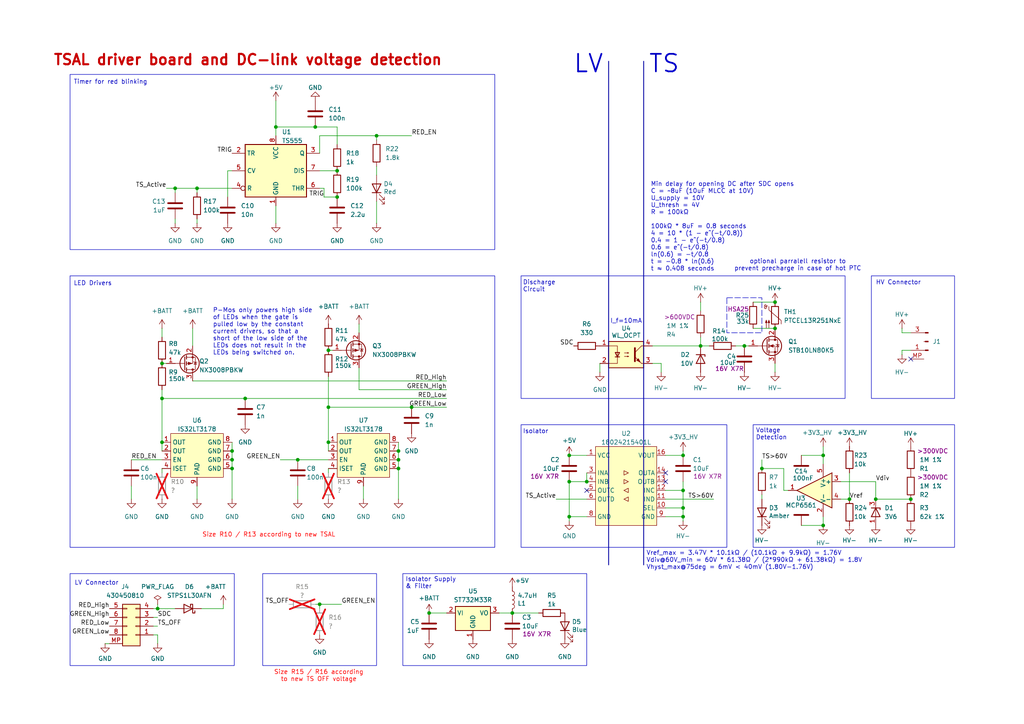
<source format=kicad_sch>
(kicad_sch
	(version 20231120)
	(generator "eeschema")
	(generator_version "8.0")
	(uuid "9debd449-8605-4af8-8da9-c3a8b6bcfdf0")
	(paper "A4")
	
	(junction
		(at 203.2 100.33)
		(diameter 0)
		(color 0 0 0 0)
		(uuid "026eb91c-0463-4bf3-8429-bb33d90c4ba8")
	)
	(junction
		(at 46.99 105.41)
		(diameter 0)
		(color 0 0 0 0)
		(uuid "0684212b-6cd4-4a56-a1fc-cf0157ab846c")
	)
	(junction
		(at 67.31 133.35)
		(diameter 0)
		(color 0 0 0 0)
		(uuid "0b8e9d0e-2844-47b1-a292-a66c081a0afc")
	)
	(junction
		(at 45.72 176.53)
		(diameter 0)
		(color 0 0 0 0)
		(uuid "0d0ae59d-5335-41ed-b9a4-f743ae90e047")
	)
	(junction
		(at 71.12 115.57)
		(diameter 0)
		(color 0 0 0 0)
		(uuid "1174483f-d433-4b40-8af7-67fab2563a72")
	)
	(junction
		(at 80.01 36.83)
		(diameter 0)
		(color 0 0 0 0)
		(uuid "23cf559d-4a68-4f8c-9117-c7ed08cb84fe")
	)
	(junction
		(at 119.38 118.11)
		(diameter 0)
		(color 0 0 0 0)
		(uuid "2897bc79-f091-42d0-8506-a30f02fe2d12")
	)
	(junction
		(at 264.16 144.78)
		(diameter 0)
		(color 0 0 0 0)
		(uuid "382b71dd-5c52-4a1d-b4d2-5189fa6e82d3")
	)
	(junction
		(at 46.99 115.57)
		(diameter 0)
		(color 0 0 0 0)
		(uuid "39822b08-98bc-4493-8fd3-202a068f2a19")
	)
	(junction
		(at 109.22 39.37)
		(diameter 0)
		(color 0 0 0 0)
		(uuid "4305f45e-f1a4-4c60-86d0-ead3bf8575e6")
	)
	(junction
		(at 57.15 54.61)
		(diameter 0)
		(color 0 0 0 0)
		(uuid "443a87a0-ff81-4a2c-8d16-2b84b9d88395")
	)
	(junction
		(at 238.76 132.08)
		(diameter 0)
		(color 0 0 0 0)
		(uuid "4cda064a-c57a-4a45-ad9f-6a73bd1cda61")
	)
	(junction
		(at 124.46 177.8)
		(diameter 0)
		(color 0 0 0 0)
		(uuid "4e74a0ca-58df-4fca-b6c6-03c94fbc4213")
	)
	(junction
		(at 220.98 135.89)
		(diameter 0)
		(color 0 0 0 0)
		(uuid "4f586983-1835-4156-89d0-0d64c9781236")
	)
	(junction
		(at 198.12 149.86)
		(diameter 0)
		(color 0 0 0 0)
		(uuid "59902c70-bc3d-4957-a451-1c4c5230d274")
	)
	(junction
		(at 254 144.78)
		(diameter 0)
		(color 0 0 0 0)
		(uuid "657e5819-922b-4878-b7e8-86a3439b8959")
	)
	(junction
		(at 91.44 36.83)
		(diameter 0)
		(color 0 0 0 0)
		(uuid "72c533a0-f633-4f66-bdad-5d4f01f42b33")
	)
	(junction
		(at 198.12 142.24)
		(diameter 0)
		(color 0 0 0 0)
		(uuid "77327ac1-9df2-4a76-ab33-5eabc54b8bdf")
	)
	(junction
		(at 165.1 132.08)
		(diameter 0)
		(color 0 0 0 0)
		(uuid "7abc57d9-8671-4a8c-9b33-3f4d2cffd114")
	)
	(junction
		(at 95.25 128.27)
		(diameter 0)
		(color 0 0 0 0)
		(uuid "8320d1e9-b83e-494a-a1de-ff47d179a262")
	)
	(junction
		(at 115.57 135.89)
		(diameter 0)
		(color 0 0 0 0)
		(uuid "8f38404e-f801-46df-ac64-423d9bc13f39")
	)
	(junction
		(at 67.31 135.89)
		(diameter 0)
		(color 0 0 0 0)
		(uuid "92681660-35f1-4a8a-9f79-1241ab1d160b")
	)
	(junction
		(at 224.79 87.63)
		(diameter 0)
		(color 0 0 0 0)
		(uuid "93175b98-c526-4022-97dd-8f1d7e8ef194")
	)
	(junction
		(at 50.8 54.61)
		(diameter 0)
		(color 0 0 0 0)
		(uuid "93b9162b-86dc-4b9a-bde8-9f1ad8f8fa5e")
	)
	(junction
		(at 92.71 175.26)
		(diameter 0)
		(color 0 0 0 0)
		(uuid "985f8b32-62df-477e-b306-8c5a380159f8")
	)
	(junction
		(at 86.36 133.35)
		(diameter 0)
		(color 0 0 0 0)
		(uuid "9b6ebfac-2946-4494-bc7c-274e0e6bb7a2")
	)
	(junction
		(at 165.1 139.7)
		(diameter 0)
		(color 0 0 0 0)
		(uuid "9dd5d57c-1053-42aa-b3aa-83c966314b07")
	)
	(junction
		(at 198.12 132.08)
		(diameter 0)
		(color 0 0 0 0)
		(uuid "9e2cac65-7086-4064-822b-4c4f67c08068")
	)
	(junction
		(at 246.38 144.78)
		(diameter 0)
		(color 0 0 0 0)
		(uuid "a32d6c63-9cba-46f7-9d81-d37457a84b1d")
	)
	(junction
		(at 224.79 95.25)
		(diameter 0)
		(color 0 0 0 0)
		(uuid "a3b925ad-fa35-48cd-b03c-ff5f061fa7d9")
	)
	(junction
		(at 46.99 128.27)
		(diameter 0)
		(color 0 0 0 0)
		(uuid "a79006a8-0c30-4d13-8fec-52df3743d4bb")
	)
	(junction
		(at 97.79 49.53)
		(diameter 0)
		(color 0 0 0 0)
		(uuid "aa60be46-fb65-447d-b063-aa27086b5fed")
	)
	(junction
		(at 97.79 57.15)
		(diameter 0)
		(color 0 0 0 0)
		(uuid "b156aa98-9bd1-4637-b720-e1f080bcba89")
	)
	(junction
		(at 215.9 100.33)
		(diameter 0)
		(color 0 0 0 0)
		(uuid "b72b0169-a409-42bc-b338-87cd9bb90bb3")
	)
	(junction
		(at 115.57 130.81)
		(diameter 0)
		(color 0 0 0 0)
		(uuid "b90de574-f3cb-42f9-84cf-f72e65de7c8d")
	)
	(junction
		(at 148.59 177.8)
		(diameter 0)
		(color 0 0 0 0)
		(uuid "c0c92021-f951-4e8b-89f0-18795e51dd4e")
	)
	(junction
		(at 165.1 149.86)
		(diameter 0)
		(color 0 0 0 0)
		(uuid "c609c50b-2fda-418f-840d-6b46602b8051")
	)
	(junction
		(at 95.25 118.11)
		(diameter 0)
		(color 0 0 0 0)
		(uuid "d12b8e07-d9e1-4ce7-b4d3-2e0e3ab9167e")
	)
	(junction
		(at 198.12 147.32)
		(diameter 0)
		(color 0 0 0 0)
		(uuid "e4aeeb52-9e38-4a9e-9df2-b70ffdd725a1")
	)
	(junction
		(at 238.76 152.4)
		(diameter 0)
		(color 0 0 0 0)
		(uuid "e63968a4-ed18-4950-8f88-de54603c0dc7")
	)
	(junction
		(at 95.25 101.6)
		(diameter 0)
		(color 0 0 0 0)
		(uuid "f45a437a-f547-45ff-8871-b94936094082")
	)
	(junction
		(at 170.18 139.7)
		(diameter 0)
		(color 0 0 0 0)
		(uuid "f7ca4080-03f2-41e8-ae9b-cf758b11a7b2")
	)
	(junction
		(at 115.57 133.35)
		(diameter 0)
		(color 0 0 0 0)
		(uuid "f83f125f-5534-467d-b8c5-98ea87f028a7")
	)
	(junction
		(at 67.31 130.81)
		(diameter 0)
		(color 0 0 0 0)
		(uuid "fa0e6825-f75e-4603-842f-c8d8eb841e57")
	)
	(no_connect
		(at 193.04 139.7)
		(uuid "8d4a1ff3-a7e8-43e7-b7a4-bca41d382e7f")
	)
	(no_connect
		(at 170.18 142.24)
		(uuid "a912002f-e658-401e-963d-bcfa5bc8b9f1")
	)
	(no_connect
		(at 264.16 104.14)
		(uuid "b1318072-d309-4b86-b8b1-5be0bd26c97a")
	)
	(no_connect
		(at 193.04 137.16)
		(uuid "c5b2c002-63e8-49a8-bb04-b4b4c97ccb07")
	)
	(wire
		(pts
			(xy 109.22 50.8) (xy 109.22 48.26)
		)
		(stroke
			(width 0)
			(type default)
		)
		(uuid "08cc3faa-8e13-4765-a5d4-7767a9ecf483")
	)
	(wire
		(pts
			(xy 95.25 109.22) (xy 95.25 118.11)
		)
		(stroke
			(width 0)
			(type default)
		)
		(uuid "0e5fa01f-888b-4da0-8051-abb505d0d6f1")
	)
	(wire
		(pts
			(xy 58.42 176.53) (xy 64.77 176.53)
		)
		(stroke
			(width 0)
			(type default)
		)
		(uuid "137f574a-093f-43fd-a924-77d10ba729a2")
	)
	(wire
		(pts
			(xy 80.01 29.21) (xy 80.01 36.83)
		)
		(stroke
			(width 0)
			(type default)
		)
		(uuid "14746dbc-b585-42b3-9b2a-d8198cd94899")
	)
	(wire
		(pts
			(xy 198.12 139.7) (xy 198.12 142.24)
		)
		(stroke
			(width 0)
			(type default)
		)
		(uuid "16e17406-0e85-413b-8013-a3deb6fec630")
	)
	(wire
		(pts
			(xy 67.31 128.27) (xy 67.31 130.81)
		)
		(stroke
			(width 0)
			(type default)
		)
		(uuid "177216d3-aa67-4b09-93e4-982ba0afb4d1")
	)
	(wire
		(pts
			(xy 57.15 64.77) (xy 57.15 63.5)
		)
		(stroke
			(width 0)
			(type default)
		)
		(uuid "17f0aba9-ed7e-4491-ad5b-0fc356e93e90")
	)
	(wire
		(pts
			(xy 91.44 36.83) (xy 97.79 36.83)
		)
		(stroke
			(width 0)
			(type default)
		)
		(uuid "19aa88ca-2a44-4ac0-b740-e0e9f7a458e7")
	)
	(wire
		(pts
			(xy 86.36 140.97) (xy 86.36 144.78)
		)
		(stroke
			(width 0)
			(type default)
		)
		(uuid "1fda1f05-694c-4e90-819e-8a629dae2ed5")
	)
	(wire
		(pts
			(xy 198.12 132.08) (xy 198.12 130.81)
		)
		(stroke
			(width 0)
			(type default)
		)
		(uuid "229d8bd6-fbd2-4f9b-8fcd-c9c9af1b9d6a")
	)
	(wire
		(pts
			(xy 92.71 39.37) (xy 92.71 44.45)
		)
		(stroke
			(width 0)
			(type default)
		)
		(uuid "281f7ef5-6196-4c4d-8a6f-a09da9564a67")
	)
	(wire
		(pts
			(xy 80.01 36.83) (xy 80.01 39.37)
		)
		(stroke
			(width 0)
			(type default)
		)
		(uuid "2a306894-5303-4385-b9ae-fdb5850377b0")
	)
	(wire
		(pts
			(xy 92.71 175.26) (xy 99.06 175.26)
		)
		(stroke
			(width 0)
			(type default)
		)
		(uuid "2aebcb75-7a2e-4b21-a27a-5316a1ec930d")
	)
	(wire
		(pts
			(xy 104.14 106.68) (xy 104.14 113.03)
		)
		(stroke
			(width 0)
			(type default)
		)
		(uuid "2b5de279-e99c-46c0-99fd-0c659ebc8ed7")
	)
	(wire
		(pts
			(xy 93.98 54.61) (xy 92.71 54.61)
		)
		(stroke
			(width 0)
			(type default)
		)
		(uuid "2c61c43a-f690-4c26-8cd4-a323021cd220")
	)
	(wire
		(pts
			(xy 45.72 179.07) (xy 44.45 179.07)
		)
		(stroke
			(width 0)
			(type default)
		)
		(uuid "2eca4e06-2093-4d02-a8cd-4b2680d09d37")
	)
	(wire
		(pts
			(xy 104.14 113.03) (xy 129.54 113.03)
		)
		(stroke
			(width 0)
			(type default)
		)
		(uuid "2f155a4b-0a96-4264-8223-66d34f156009")
	)
	(wire
		(pts
			(xy 46.99 135.89) (xy 46.99 137.16)
		)
		(stroke
			(width 0)
			(type default)
		)
		(uuid "3095f70c-fbe4-4463-b6aa-958043cd01f8")
	)
	(wire
		(pts
			(xy 148.59 177.8) (xy 156.21 177.8)
		)
		(stroke
			(width 0)
			(type default)
		)
		(uuid "30af1a62-562f-425a-8b10-46fbf83fdfef")
	)
	(wire
		(pts
			(xy 165.1 149.86) (xy 170.18 149.86)
		)
		(stroke
			(width 0)
			(type default)
		)
		(uuid "34071f44-e945-4188-9f0e-b28c8100bcc6")
	)
	(wire
		(pts
			(xy 86.36 133.35) (xy 95.25 133.35)
		)
		(stroke
			(width 0)
			(type default)
		)
		(uuid "3b016e8a-4566-4e17-8c59-651ec595fb40")
	)
	(wire
		(pts
			(xy 57.15 140.97) (xy 57.15 144.78)
		)
		(stroke
			(width 0)
			(type default)
		)
		(uuid "3e26c73b-bc6c-4c5e-8226-fa4e1c12feba")
	)
	(wire
		(pts
			(xy 64.77 176.53) (xy 64.77 175.26)
		)
		(stroke
			(width 0)
			(type default)
		)
		(uuid "3f359a46-9f55-4340-80b6-b48f3763946b")
	)
	(wire
		(pts
			(xy 238.76 129.54) (xy 238.76 132.08)
		)
		(stroke
			(width 0)
			(type default)
		)
		(uuid "3ff5ec8a-c24a-4f0a-ba51-ddef81d05084")
	)
	(wire
		(pts
			(xy 193.04 132.08) (xy 198.12 132.08)
		)
		(stroke
			(width 0)
			(type default)
		)
		(uuid "4123c7c1-832a-47b2-95d5-8836ac8a8692")
	)
	(wire
		(pts
			(xy 227.33 135.89) (xy 227.33 142.24)
		)
		(stroke
			(width 0)
			(type default)
		)
		(uuid "41e7cf06-a711-455b-b091-f14c3e1001ab")
	)
	(wire
		(pts
			(xy 261.62 101.6) (xy 261.62 102.87)
		)
		(stroke
			(width 0)
			(type default)
		)
		(uuid "42efea56-adb7-477c-b8ad-4c425decf850")
	)
	(wire
		(pts
			(xy 161.29 144.78) (xy 170.18 144.78)
		)
		(stroke
			(width 0)
			(type default)
		)
		(uuid "4a01bf21-de9e-4c3c-8873-9d1870a780ee")
	)
	(wire
		(pts
			(xy 198.12 151.13) (xy 198.12 149.86)
		)
		(stroke
			(width 0)
			(type default)
		)
		(uuid "4dfd2e6c-39e9-4e9a-b27a-7ddd594af91f")
	)
	(wire
		(pts
			(xy 109.22 39.37) (xy 119.38 39.37)
		)
		(stroke
			(width 0)
			(type default)
		)
		(uuid "4e7bbd84-902d-434f-b713-00abfad86234")
	)
	(wire
		(pts
			(xy 264.16 101.6) (xy 261.62 101.6)
		)
		(stroke
			(width 0)
			(type default)
		)
		(uuid "516561c0-65eb-4cc8-b3dd-564575badfdf")
	)
	(wire
		(pts
			(xy 124.46 177.8) (xy 129.54 177.8)
		)
		(stroke
			(width 0)
			(type default)
		)
		(uuid "51949801-c3a8-4bd0-aaa9-7729a3309c6c")
	)
	(wire
		(pts
			(xy 95.25 135.89) (xy 95.25 137.16)
		)
		(stroke
			(width 0)
			(type default)
		)
		(uuid "5797287a-0b8e-462b-9d40-1ff99e74a4d4")
	)
	(wire
		(pts
			(xy 55.88 110.49) (xy 129.54 110.49)
		)
		(stroke
			(width 0)
			(type default)
		)
		(uuid "5b1e6499-213f-4fe5-bdd5-8d401430d309")
	)
	(wire
		(pts
			(xy 227.33 142.24) (xy 228.6 142.24)
		)
		(stroke
			(width 0)
			(type default)
		)
		(uuid "5b89e798-1eb4-40db-9684-eccf21e75fe6")
	)
	(wire
		(pts
			(xy 50.8 54.61) (xy 50.8 55.88)
		)
		(stroke
			(width 0)
			(type default)
		)
		(uuid "5c0b9e16-ef71-42f7-8cd1-4204c4ce4c4b")
	)
	(wire
		(pts
			(xy 80.01 59.69) (xy 80.01 64.77)
		)
		(stroke
			(width 0)
			(type default)
		)
		(uuid "5ceacfff-675a-4505-af03-7252b7df055c")
	)
	(wire
		(pts
			(xy 45.72 176.53) (xy 45.72 175.26)
		)
		(stroke
			(width 0)
			(type default)
		)
		(uuid "5da8f322-81db-4457-815f-573a7cfc4736")
	)
	(wire
		(pts
			(xy 238.76 132.08) (xy 238.76 134.62)
		)
		(stroke
			(width 0)
			(type default)
		)
		(uuid "5eba613d-3f28-4f67-984d-15be61e6aa23")
	)
	(wire
		(pts
			(xy 93.98 54.61) (xy 93.98 57.15)
		)
		(stroke
			(width 0)
			(type default)
		)
		(uuid "60b1a118-c444-45c8-b2aa-3f722f52d325")
	)
	(wire
		(pts
			(xy 46.99 105.41) (xy 48.26 105.41)
		)
		(stroke
			(width 0)
			(type default)
		)
		(uuid "610f16f0-3a40-4796-8875-5cb39a6c613d")
	)
	(wire
		(pts
			(xy 218.44 87.63) (xy 224.79 87.63)
		)
		(stroke
			(width 0)
			(type default)
		)
		(uuid "61df12f7-eea4-4bee-b0ee-ba6e638bd219")
	)
	(wire
		(pts
			(xy 193.04 144.78) (xy 207.01 144.78)
		)
		(stroke
			(width 0)
			(type default)
		)
		(uuid "63ec55bc-94ab-49d7-b638-9048a08d6bc6")
	)
	(wire
		(pts
			(xy 220.98 143.51) (xy 220.98 144.78)
		)
		(stroke
			(width 0)
			(type default)
		)
		(uuid "64659341-fa1a-4c37-87d4-26c477530b61")
	)
	(wire
		(pts
			(xy 246.38 144.78) (xy 243.84 144.78)
		)
		(stroke
			(width 0)
			(type default)
		)
		(uuid "65c6d023-27ad-4fe3-8c23-dd87be36385a")
	)
	(wire
		(pts
			(xy 45.72 176.53) (xy 44.45 176.53)
		)
		(stroke
			(width 0)
			(type default)
		)
		(uuid "674e15e9-b1fa-4f55-8646-913c7c438973")
	)
	(wire
		(pts
			(xy 203.2 87.63) (xy 203.2 90.17)
		)
		(stroke
			(width 0)
			(type default)
		)
		(uuid "69c23500-65df-4f5b-9dc6-65450a94e814")
	)
	(wire
		(pts
			(xy 193.04 149.86) (xy 198.12 149.86)
		)
		(stroke
			(width 0)
			(type default)
		)
		(uuid "6ec11311-5915-4596-9ae0-0d27c4a8047b")
	)
	(wire
		(pts
			(xy 67.31 135.89) (xy 67.31 144.78)
		)
		(stroke
			(width 0)
			(type default)
		)
		(uuid "716bcd72-d402-4f0a-ba82-e1a6a3225263")
	)
	(wire
		(pts
			(xy 198.12 149.86) (xy 198.12 147.32)
		)
		(stroke
			(width 0)
			(type default)
		)
		(uuid "74239838-dc30-40f2-9177-ba3ec68566de")
	)
	(wire
		(pts
			(xy 109.22 40.64) (xy 109.22 39.37)
		)
		(stroke
			(width 0)
			(type default)
		)
		(uuid "74744c2d-6f74-4a63-8265-15e7bcdadc8d")
	)
	(wire
		(pts
			(xy 224.79 107.95) (xy 224.79 105.41)
		)
		(stroke
			(width 0)
			(type default)
		)
		(uuid "763ca273-69bc-4ea7-b7f2-385d2de19e1f")
	)
	(wire
		(pts
			(xy 189.23 100.33) (xy 203.2 100.33)
		)
		(stroke
			(width 0)
			(type default)
		)
		(uuid "76d112dc-c4d8-4560-bf67-25425a15e51b")
	)
	(wire
		(pts
			(xy 203.2 100.33) (xy 205.74 100.33)
		)
		(stroke
			(width 0)
			(type default)
		)
		(uuid "76f2e9cb-0bc1-494a-b44a-d0a45c4841b7")
	)
	(wire
		(pts
			(xy 193.04 142.24) (xy 198.12 142.24)
		)
		(stroke
			(width 0)
			(type default)
		)
		(uuid "7941d173-e121-46a4-ab88-f7610a7a3b19")
	)
	(wire
		(pts
			(xy 46.99 128.27) (xy 46.99 115.57)
		)
		(stroke
			(width 0)
			(type default)
		)
		(uuid "79fdeea7-a811-4679-bf8d-41883ace9c46")
	)
	(wire
		(pts
			(xy 109.22 39.37) (xy 92.71 39.37)
		)
		(stroke
			(width 0)
			(type default)
		)
		(uuid "7a80359c-8dde-4ad4-94ec-643d915dc2cc")
	)
	(wire
		(pts
			(xy 67.31 49.53) (xy 66.04 49.53)
		)
		(stroke
			(width 0)
			(type default)
		)
		(uuid "7e68fbcf-daa3-429c-b7b5-7af4edb806c4")
	)
	(wire
		(pts
			(xy 50.8 63.5) (xy 50.8 64.77)
		)
		(stroke
			(width 0)
			(type default)
		)
		(uuid "7fffe215-f32a-46bc-bcb7-db0d487c7091")
	)
	(wire
		(pts
			(xy 38.1 140.97) (xy 38.1 144.78)
		)
		(stroke
			(width 0)
			(type default)
		)
		(uuid "83adce8b-f9e0-4f83-a31f-84a555389e21")
	)
	(wire
		(pts
			(xy 232.41 152.4) (xy 238.76 152.4)
		)
		(stroke
			(width 0)
			(type default)
		)
		(uuid "84284e2b-fa8f-4c13-96eb-25cccc055d52")
	)
	(wire
		(pts
			(xy 191.77 107.95) (xy 191.77 105.41)
		)
		(stroke
			(width 0)
			(type default)
		)
		(uuid "85c6a4a9-2a58-45e1-b2e8-8ed6800b4311")
	)
	(wire
		(pts
			(xy 215.9 100.33) (xy 217.17 100.33)
		)
		(stroke
			(width 0)
			(type default)
		)
		(uuid "86f397cb-8487-4b2c-9bc3-10fba66a8d29")
	)
	(wire
		(pts
			(xy 203.2 97.79) (xy 203.2 100.33)
		)
		(stroke
			(width 0)
			(type default)
		)
		(uuid "87b6faf2-4214-4f30-9c03-bfc24ca489b6")
	)
	(wire
		(pts
			(xy 95.25 101.6) (xy 96.52 101.6)
		)
		(stroke
			(width 0)
			(type default)
		)
		(uuid "8a735b3d-34cb-4e5c-8bce-312df18d31a8")
	)
	(wire
		(pts
			(xy 97.79 41.91) (xy 97.79 36.83)
		)
		(stroke
			(width 0)
			(type default)
		)
		(uuid "8cf03936-ed06-4b6b-80e2-98b30aa54768")
	)
	(wire
		(pts
			(xy 67.31 130.81) (xy 67.31 133.35)
		)
		(stroke
			(width 0)
			(type default)
		)
		(uuid "8d318f9a-533d-482a-b1e3-7b8844030ad0")
	)
	(wire
		(pts
			(xy 92.71 49.53) (xy 97.79 49.53)
		)
		(stroke
			(width 0)
			(type default)
		)
		(uuid "91c32884-100c-438c-bf5d-58556ec9eb2c")
	)
	(polyline
		(pts
			(xy 176.53 17.78) (xy 176.53 163.83)
		)
		(stroke
			(width 0.254)
			(type default)
			(color 0 0 162 0.3137254902)
		)
		(uuid "93446e12-8872-4999-aa10-3d8244057946")
	)
	(wire
		(pts
			(xy 213.36 100.33) (xy 215.9 100.33)
		)
		(stroke
			(width 0)
			(type default)
		)
		(uuid "94d31da6-e66c-42e5-9bdd-7ed5471c24e9")
	)
	(wire
		(pts
			(xy 261.62 96.52) (xy 264.16 96.52)
		)
		(stroke
			(width 0)
			(type default)
		)
		(uuid "977ff348-f8b0-4f0b-8456-2e5206d8564f")
	)
	(wire
		(pts
			(xy 232.41 132.08) (xy 238.76 132.08)
		)
		(stroke
			(width 0)
			(type default)
		)
		(uuid "98c62ab7-c00e-4254-88ad-53db49c9628f")
	)
	(wire
		(pts
			(xy 104.14 93.98) (xy 104.14 96.52)
		)
		(stroke
			(width 0)
			(type default)
		)
		(uuid "9a4e7cca-5130-47c9-b3bc-13c11a9a2105")
	)
	(wire
		(pts
			(xy 45.72 184.15) (xy 44.45 184.15)
		)
		(stroke
			(width 0)
			(type default)
		)
		(uuid "9cbb5b4b-2d7b-4f1c-9c45-2b520b1717ef")
	)
	(wire
		(pts
			(xy 193.04 147.32) (xy 198.12 147.32)
		)
		(stroke
			(width 0)
			(type default)
		)
		(uuid "9cd099f2-df6e-47fb-96eb-5c8cec3538ce")
	)
	(wire
		(pts
			(xy 189.23 105.41) (xy 191.77 105.41)
		)
		(stroke
			(width 0)
			(type default)
		)
		(uuid "9cf0f3a8-6b74-4479-b75a-0b8d6ae0f62d")
	)
	(wire
		(pts
			(xy 261.62 96.52) (xy 261.62 95.25)
		)
		(stroke
			(width 0)
			(type default)
		)
		(uuid "9fd93f4e-9c1f-42a1-a38f-3dcc276cb349")
	)
	(wire
		(pts
			(xy 80.01 36.83) (xy 91.44 36.83)
		)
		(stroke
			(width 0)
			(type default)
		)
		(uuid "a0d2bfb7-68dc-42be-b022-2ecc8de61027")
	)
	(wire
		(pts
			(xy 105.41 140.97) (xy 105.41 144.78)
		)
		(stroke
			(width 0)
			(type default)
		)
		(uuid "a1a3ff77-2de9-4e69-9e13-e67afd22e7d9")
	)
	(wire
		(pts
			(xy 48.26 54.61) (xy 50.8 54.61)
		)
		(stroke
			(width 0)
			(type default)
		)
		(uuid "a1db2584-95d3-4bf7-9adb-abc94678c63a")
	)
	(wire
		(pts
			(xy 95.25 128.27) (xy 95.25 130.81)
		)
		(stroke
			(width 0)
			(type default)
		)
		(uuid "a71b51c6-9dae-4fa6-8f22-d8964efee844")
	)
	(wire
		(pts
			(xy 119.38 118.11) (xy 129.54 118.11)
		)
		(stroke
			(width 0)
			(type default)
		)
		(uuid "a98109a1-8b03-49ba-ae6e-77bce6ff401a")
	)
	(wire
		(pts
			(xy 238.76 152.4) (xy 238.76 149.86)
		)
		(stroke
			(width 0)
			(type default)
		)
		(uuid "ae4820f6-b872-4c6d-af0c-45ea5cc5b7bc")
	)
	(wire
		(pts
			(xy 144.78 177.8) (xy 148.59 177.8)
		)
		(stroke
			(width 0)
			(type default)
		)
		(uuid "aece7f3e-8357-4bbb-aca4-2c2c7705c932")
	)
	(wire
		(pts
			(xy 46.99 115.57) (xy 71.12 115.57)
		)
		(stroke
			(width 0)
			(type default)
		)
		(uuid "b25449d1-cef0-4f6c-a7ca-2f7b8ae67bd5")
	)
	(wire
		(pts
			(xy 254 144.78) (xy 254 139.7)
		)
		(stroke
			(width 0)
			(type default)
		)
		(uuid "b4edd754-ff1b-4c8d-a27b-8a07a2ed05f1")
	)
	(wire
		(pts
			(xy 46.99 113.03) (xy 46.99 115.57)
		)
		(stroke
			(width 0)
			(type default)
		)
		(uuid "b5dd2cae-db7f-46b6-bc64-fdafa3ab2830")
	)
	(wire
		(pts
			(xy 45.72 176.53) (xy 50.8 176.53)
		)
		(stroke
			(width 0)
			(type default)
		)
		(uuid "b6f96d5d-b8a9-47db-b129-b1aaae922abc")
	)
	(wire
		(pts
			(xy 81.28 133.35) (xy 86.36 133.35)
		)
		(stroke
			(width 0)
			(type default)
		)
		(uuid "ba595097-ef72-4be0-a81b-3f69ac6dc061")
	)
	(wire
		(pts
			(xy 220.98 133.35) (xy 220.98 135.89)
		)
		(stroke
			(width 0)
			(type default)
		)
		(uuid "bb6050b7-e300-478c-a700-f7e13a77b558")
	)
	(wire
		(pts
			(xy 218.44 95.25) (xy 224.79 95.25)
		)
		(stroke
			(width 0)
			(type default)
		)
		(uuid "c0da4088-b8dd-4120-bb51-0998c4f90fa0")
	)
	(wire
		(pts
			(xy 71.12 115.57) (xy 129.54 115.57)
		)
		(stroke
			(width 0)
			(type default)
		)
		(uuid "c3517ed0-5916-4e21-bfeb-6768f868fd3f")
	)
	(wire
		(pts
			(xy 165.1 139.7) (xy 170.18 139.7)
		)
		(stroke
			(width 0)
			(type default)
		)
		(uuid "c4162fec-d33d-48bf-81da-987a88c74724")
	)
	(polyline
		(pts
			(xy 186.69 17.78) (xy 186.69 163.83)
		)
		(stroke
			(width 0.254)
			(type default)
			(color 0 0 162 0.3137254902)
		)
		(uuid "c6016b43-33f4-4b64-99c9-baac37034c3b")
	)
	(wire
		(pts
			(xy 198.12 147.32) (xy 198.12 142.24)
		)
		(stroke
			(width 0)
			(type default)
		)
		(uuid "c8151381-acb0-4fc9-903e-fa8035e4a6ab")
	)
	(wire
		(pts
			(xy 165.1 139.7) (xy 165.1 149.86)
		)
		(stroke
			(width 0)
			(type default)
		)
		(uuid "c88a330b-c512-438e-a36f-9209419b6f19")
	)
	(wire
		(pts
			(xy 55.88 95.25) (xy 55.88 100.33)
		)
		(stroke
			(width 0)
			(type default)
		)
		(uuid "c97440a5-529a-4b00-9c8a-7e22678aa27a")
	)
	(wire
		(pts
			(xy 115.57 130.81) (xy 115.57 133.35)
		)
		(stroke
			(width 0)
			(type default)
		)
		(uuid "cab3c9f3-25e5-4086-b30e-c402143fc906")
	)
	(wire
		(pts
			(xy 109.22 58.42) (xy 109.22 64.77)
		)
		(stroke
			(width 0)
			(type default)
		)
		(uuid "cb7c0127-51e0-4d29-81ba-23f0dddee6b3")
	)
	(wire
		(pts
			(xy 45.72 186.69) (xy 45.72 184.15)
		)
		(stroke
			(width 0)
			(type default)
		)
		(uuid "cd51db21-7a69-40ab-8813-6cff9f81b1df")
	)
	(wire
		(pts
			(xy 173.99 107.95) (xy 173.99 105.41)
		)
		(stroke
			(width 0)
			(type default)
		)
		(uuid "d1ab1a52-61a5-421f-867c-d622c823f65e")
	)
	(wire
		(pts
			(xy 57.15 55.88) (xy 57.15 54.61)
		)
		(stroke
			(width 0)
			(type default)
		)
		(uuid "d3e62aeb-0c84-4d0f-a878-f1638a4385b7")
	)
	(wire
		(pts
			(xy 170.18 137.16) (xy 170.18 139.7)
		)
		(stroke
			(width 0)
			(type default)
		)
		(uuid "dbaca429-ce07-428b-b53f-fc8239c6133a")
	)
	(wire
		(pts
			(xy 95.25 118.11) (xy 95.25 128.27)
		)
		(stroke
			(width 0)
			(type default)
		)
		(uuid "de1c3265-5b8c-4f3a-9f10-6be17180df1a")
	)
	(wire
		(pts
			(xy 57.15 54.61) (xy 67.31 54.61)
		)
		(stroke
			(width 0)
			(type default)
		)
		(uuid "e0ab9f23-9ff3-49be-8a3b-93b94101a522")
	)
	(wire
		(pts
			(xy 45.72 181.61) (xy 44.45 181.61)
		)
		(stroke
			(width 0)
			(type default)
		)
		(uuid "e2f1c083-ce12-4788-b39b-5f2409e9f916")
	)
	(wire
		(pts
			(xy 92.71 176.53) (xy 92.71 175.26)
		)
		(stroke
			(width 0)
			(type default)
		)
		(uuid "e30f0bf8-4660-40da-bc2f-5ae20153ce53")
	)
	(wire
		(pts
			(xy 115.57 133.35) (xy 115.57 135.89)
		)
		(stroke
			(width 0)
			(type default)
		)
		(uuid "e3c12d6a-993a-471e-8393-e1d8f1af4c2d")
	)
	(wire
		(pts
			(xy 115.57 128.27) (xy 115.57 130.81)
		)
		(stroke
			(width 0)
			(type default)
		)
		(uuid "e4d90a6c-63a5-4ce7-9a61-f19bf3b47f7b")
	)
	(wire
		(pts
			(xy 91.44 175.26) (xy 92.71 175.26)
		)
		(stroke
			(width 0)
			(type default)
		)
		(uuid "e5bfb8d7-61db-4d62-ae2a-26383582b8e1")
	)
	(wire
		(pts
			(xy 95.25 118.11) (xy 119.38 118.11)
		)
		(stroke
			(width 0)
			(type default)
		)
		(uuid "e5ef6f88-448f-4db7-8b95-dc2f16814e62")
	)
	(wire
		(pts
			(xy 38.1 133.35) (xy 46.99 133.35)
		)
		(stroke
			(width 0)
			(type default)
		)
		(uuid "eab4768c-ba16-4ce4-b7ad-8fc9d6d87bc6")
	)
	(wire
		(pts
			(xy 170.18 132.08) (xy 165.1 132.08)
		)
		(stroke
			(width 0)
			(type default)
		)
		(uuid "ec35287f-a6ab-453d-b58b-4921db9571b4")
	)
	(wire
		(pts
			(xy 254 144.78) (xy 264.16 144.78)
		)
		(stroke
			(width 0)
			(type default)
		)
		(uuid "efc14bc2-ba36-41c9-bf78-2d56e175b0f0")
	)
	(wire
		(pts
			(xy 66.04 49.53) (xy 66.04 57.15)
		)
		(stroke
			(width 0)
			(type default)
		)
		(uuid "f03928b4-2ff8-4678-ae2e-b2da3fe13789")
	)
	(wire
		(pts
			(xy 254 139.7) (xy 243.84 139.7)
		)
		(stroke
			(width 0)
			(type default)
		)
		(uuid "f144acb6-984e-4e26-914f-127d98731133")
	)
	(wire
		(pts
			(xy 115.57 135.89) (xy 115.57 144.78)
		)
		(stroke
			(width 0)
			(type default)
		)
		(uuid "f171e986-8295-4f4e-be69-4ce0bea275d3")
	)
	(wire
		(pts
			(xy 93.98 57.15) (xy 97.79 57.15)
		)
		(stroke
			(width 0)
			(type default)
		)
		(uuid "f1891d3c-1225-42e4-b9bb-33fec4330211")
	)
	(wire
		(pts
			(xy 46.99 95.25) (xy 46.99 97.79)
		)
		(stroke
			(width 0)
			(type default)
		)
		(uuid "f29dfab2-f044-4de1-a893-1b6b2a1ee045")
	)
	(wire
		(pts
			(xy 46.99 128.27) (xy 46.99 130.81)
		)
		(stroke
			(width 0)
			(type default)
		)
		(uuid "f343a2b7-93be-4ab0-8d24-98768a5154ca")
	)
	(wire
		(pts
			(xy 50.8 54.61) (xy 57.15 54.61)
		)
		(stroke
			(width 0)
			(type default)
		)
		(uuid "f616a9a2-32a8-4be4-baea-a34449a37045")
	)
	(wire
		(pts
			(xy 220.98 135.89) (xy 227.33 135.89)
		)
		(stroke
			(width 0)
			(type default)
		)
		(uuid "f6299c65-6439-4c8d-92a3-fc04fce62441")
	)
	(wire
		(pts
			(xy 67.31 133.35) (xy 67.31 135.89)
		)
		(stroke
			(width 0)
			(type default)
		)
		(uuid "f634fedb-a619-4e10-8fb4-3746d93f0a0f")
	)
	(wire
		(pts
			(xy 30.48 186.69) (xy 31.75 186.69)
		)
		(stroke
			(width 0)
			(type default)
		)
		(uuid "f74d19bf-8e6a-4764-a21a-056b08da720f")
	)
	(wire
		(pts
			(xy 165.1 151.13) (xy 165.1 149.86)
		)
		(stroke
			(width 0)
			(type default)
		)
		(uuid "f7df42ec-4b3c-4802-9a7e-433b8dc41143")
	)
	(wire
		(pts
			(xy 246.38 137.16) (xy 246.38 144.78)
		)
		(stroke
			(width 0)
			(type default)
		)
		(uuid "fb66c788-6f32-4c76-abda-f90ebba1a09d")
	)
	(rectangle
		(start 218.44 123.19)
		(end 276.86 158.75)
		(stroke
			(width 0)
			(type default)
		)
		(fill
			(type none)
		)
		(uuid 01fed345-fb0e-4438-8683-f6edb25b6a91)
	)
	(rectangle
		(start 151.13 123.19)
		(end 210.82 158.75)
		(stroke
			(width 0)
			(type default)
		)
		(fill
			(type none)
		)
		(uuid 25e65339-0734-438b-8d87-a0ea641d99f1)
	)
	(rectangle
		(start 20.32 21.59)
		(end 143.51 72.39)
		(stroke
			(width 0)
			(type default)
		)
		(fill
			(type none)
		)
		(uuid 47e70481-caa6-40e6-bd1d-661c6a983805)
	)
	(rectangle
		(start 20.32 80.01)
		(end 143.51 158.75)
		(stroke
			(width 0)
			(type default)
		)
		(fill
			(type none)
		)
		(uuid 4ff4e1dd-d613-4552-b94a-4d8ecbb26631)
	)
	(rectangle
		(start 76.2 166.37)
		(end 109.22 193.04)
		(stroke
			(width 0)
			(type default)
		)
		(fill
			(type none)
		)
		(uuid 57f1f181-f5da-4c6f-b30f-00170b7564e4)
	)
	(rectangle
		(start 252.73 80.01)
		(end 276.86 115.57)
		(stroke
			(width 0)
			(type default)
		)
		(fill
			(type none)
		)
		(uuid 6193ed35-fabe-433c-8a2a-52dee59533be)
	)
	(rectangle
		(start 210.82 86.36)
		(end 220.98 96.52)
		(stroke
			(width 0)
			(type dash)
		)
		(fill
			(type none)
		)
		(uuid a5540966-6149-4be5-8821-7a2ee06f0cd8)
	)
	(rectangle
		(start 20.32 166.37)
		(end 67.945 193.04)
		(stroke
			(width 0)
			(type default)
		)
		(fill
			(type none)
		)
		(uuid c8bc12c9-d350-448e-8b54-fbd321147316)
	)
	(rectangle
		(start 151.13 80.01)
		(end 245.11 115.57)
		(stroke
			(width 0)
			(type default)
		)
		(fill
			(type none)
		)
		(uuid e5e54236-6014-403b-afd6-0a6cc5aa0c9e)
	)
	(rectangle
		(start 116.84 166.37)
		(end 170.18 193.04)
		(stroke
			(width 0)
			(type default)
		)
		(fill
			(type none)
		)
		(uuid ec740441-49dc-4fae-bd7e-e900482e3703)
	)
	(text "TS"
		(exclude_from_sim no)
		(at 187.96 21.59 0)
		(effects
			(font
				(size 5.08 5.08)
				(thickness 0.508)
				(bold yes)
			)
			(justify left bottom)
		)
		(uuid "021b61db-6296-40c2-b79b-5b093973b8bc")
	)
	(text "optional parralell resistor to\nprevent precharge in case of hot PTC"
		(exclude_from_sim no)
		(at 231.394 76.962 0)
		(effects
			(font
				(size 1.27 1.27)
			)
		)
		(uuid "068be38f-c9c2-417e-9213-4818c911c12a")
	)
	(text "Size R10 / R13 according to new TSAL"
		(exclude_from_sim no)
		(at 77.978 155.194 0)
		(effects
			(font
				(size 1.27 1.27)
				(color 255 0 0 1)
			)
		)
		(uuid "17305c1c-a27c-4317-8b80-4692e69a56c5")
	)
	(text "LED Drivers"
		(exclude_from_sim no)
		(at 21.336 82.296 0)
		(effects
			(font
				(size 1.27 1.27)
			)
			(justify left)
		)
		(uuid "3677f57d-b2b3-41d7-b406-aac319f88591")
	)
	(text "Voltage\nDetection\n"
		(exclude_from_sim no)
		(at 219.202 125.984 0)
		(effects
			(font
				(size 1.27 1.27)
			)
			(justify left)
		)
		(uuid "45ce58e6-3841-482c-a39f-c70a041c4c6b")
	)
	(text "LV Connector"
		(exclude_from_sim no)
		(at 21.59 169.164 0)
		(effects
			(font
				(size 1.27 1.27)
			)
			(justify left)
		)
		(uuid "5b97e0ec-2be3-4f34-a177-ec8eaa54b7b7")
	)
	(text "Min delay for opening DC after SDC opens\nC = ~8uF (10uF MLCC at 10V)\nU_supply = 10V\nU_thresh = 4V\nR = 100kΩ\n\n100kΩ * 8uF = 0.8 seconds\n4 = 10 * (1 - e^(-t/0.8))\n0.4 = 1 - e^(-t/0.8)\n0.6 = e^(-t/0.8)\nln(0.6) = -t/0.8\nt = -0.8 * ln(0.6)\nt ≈ 0.408 seconds\n"
		(exclude_from_sim no)
		(at 188.722 65.786 0)
		(effects
			(font
				(size 1.27 1.27)
			)
			(justify left)
		)
		(uuid "5c98b1ac-2379-4829-9812-51380774d651")
	)
	(text "TSAL driver board and DC-link voltage detection"
		(exclude_from_sim no)
		(at 71.882 17.526 0)
		(effects
			(font
				(size 3 3)
				(thickness 0.6)
				(bold yes)
				(color 194 0 0 1)
			)
		)
		(uuid "6eafd69d-d45d-4a3f-8930-66db40ccef74")
	)
	(text "Discharge\nCircuit"
		(exclude_from_sim no)
		(at 151.638 83.058 0)
		(effects
			(font
				(size 1.27 1.27)
			)
			(justify left)
		)
		(uuid "70134144-881b-44af-a32c-094f2f38cb97")
	)
	(text "Timer for red blinking"
		(exclude_from_sim no)
		(at 21.336 23.876 0)
		(effects
			(font
				(size 1.27 1.27)
			)
			(justify left)
		)
		(uuid "7038987e-7341-4060-bae1-07f28aa7ce1d")
	)
	(text "Size R15 / R16 according\nto new TS OFF voltage"
		(exclude_from_sim no)
		(at 92.456 196.088 0)
		(effects
			(font
				(size 1.27 1.27)
				(color 255 0 0 1)
			)
		)
		(uuid "ad6542e0-b28c-4f75-a896-a1ec3d3bc1e0")
	)
	(text "HV Connector"
		(exclude_from_sim no)
		(at 254 82.042 0)
		(effects
			(font
				(size 1.27 1.27)
			)
			(justify left)
		)
		(uuid "b0e50c81-d78e-40f1-80e2-61474f294946")
	)
	(text "LV"
		(exclude_from_sim no)
		(at 175.26 21.59 0)
		(effects
			(font
				(size 5.08 5.08)
				(thickness 0.508)
				(bold yes)
			)
			(justify right bottom)
		)
		(uuid "bae6a436-f5e1-472d-a1d2-3e42c2d66f22")
	)
	(text "Isolator"
		(exclude_from_sim no)
		(at 151.638 125.222 0)
		(effects
			(font
				(size 1.27 1.27)
			)
			(justify left)
		)
		(uuid "df682997-c89a-4a5f-872a-73e5ee8f662a")
	)
	(text "Vref_max = 3.47V * 10.1kΩ / (10.1kΩ + 9.9kΩ) = 1.76V\nVdiv@60V_min = 60V * 61.38Ω / (2*990kΩ + 61.38kΩ) = 1.8V\nVhyst_max@75deg = 6mV < 40mV (1.80V-1.76V)"
		(exclude_from_sim no)
		(at 187.452 162.56 0)
		(effects
			(font
				(size 1.27 1.27)
			)
			(justify left)
		)
		(uuid "e589dcb2-387b-4764-962e-d312be997c64")
	)
	(text "I_f=10mA"
		(exclude_from_sim no)
		(at 181.61 93.218 0)
		(effects
			(font
				(size 1.27 1.27)
			)
		)
		(uuid "e648008f-f1a0-444b-8511-ce30c0093c72")
	)
	(text "Isolator Supply\n& Filter"
		(exclude_from_sim no)
		(at 117.602 169.164 0)
		(effects
			(font
				(size 1.27 1.27)
			)
			(justify left)
		)
		(uuid "f6e77845-6a9f-4a86-9629-3082379a248b")
	)
	(text "P-Mos only powers high side\nof LEDs when the gate is\npulled low by the constant\ncurrent drivers, so that a\nshort of the low side of the\nLEDs does not result in the\nLEDs being switched on."
		(exclude_from_sim no)
		(at 61.722 103.124 0)
		(effects
			(font
				(size 1.27 1.27)
			)
			(justify left bottom)
		)
		(uuid "fdb9635e-5877-4879-b985-cfb6f1947ca8")
	)
	(label "GREEN_EN"
		(at 81.28 133.35 180)
		(fields_autoplaced yes)
		(effects
			(font
				(size 1.27 1.27)
			)
			(justify right bottom)
		)
		(uuid "238fcfe9-1b36-4569-a39c-f6a8fc2188d7")
	)
	(label "Vdiv"
		(at 254 139.7 0)
		(fields_autoplaced yes)
		(effects
			(font
				(size 1.27 1.27)
			)
			(justify left bottom)
		)
		(uuid "373766a1-9a77-46a3-9aea-be92ea9903d0")
	)
	(label "TS_OFF"
		(at 45.72 181.61 0)
		(fields_autoplaced yes)
		(effects
			(font
				(size 1.27 1.27)
			)
			(justify left bottom)
		)
		(uuid "39fd68ae-5888-4b2f-b635-ec2f3e0676df")
	)
	(label "Vref"
		(at 246.38 144.78 0)
		(fields_autoplaced yes)
		(effects
			(font
				(size 1.27 1.27)
			)
			(justify left bottom)
		)
		(uuid "4481290f-d1f1-41f0-b4b8-961ce91f9a27")
	)
	(label "GREEN_High"
		(at 129.54 113.03 180)
		(fields_autoplaced yes)
		(effects
			(font
				(size 1.27 1.27)
			)
			(justify right bottom)
		)
		(uuid "4f585b78-a3ad-49f9-8bfa-8e3c1cbbbaa1")
	)
	(label "SDC"
		(at 166.37 100.33 180)
		(fields_autoplaced yes)
		(effects
			(font
				(size 1.27 1.27)
			)
			(justify right bottom)
		)
		(uuid "5b660d73-800e-4ede-80d8-3e5300cfe7c9")
	)
	(label "TRIG"
		(at 93.98 57.15 180)
		(fields_autoplaced yes)
		(effects
			(font
				(size 1.27 1.27)
			)
			(justify right bottom)
		)
		(uuid "71f3dd8b-82f7-4711-b3ab-8469aac22899")
	)
	(label "RED_High"
		(at 129.54 110.49 180)
		(fields_autoplaced yes)
		(effects
			(font
				(size 1.27 1.27)
			)
			(justify right bottom)
		)
		(uuid "75ead031-9178-4e75-8e3a-92c80ffc5e62")
	)
	(label "RED_EN"
		(at 119.38 39.37 0)
		(fields_autoplaced yes)
		(effects
			(font
				(size 1.27 1.27)
			)
			(justify left bottom)
		)
		(uuid "88c4c738-2845-4638-91db-bccc1a6f589e")
	)
	(label "GREEN_Low"
		(at 31.75 184.15 180)
		(fields_autoplaced yes)
		(effects
			(font
				(size 1.27 1.27)
			)
			(justify right bottom)
		)
		(uuid "985a280d-57e1-419c-9258-d5367f174fe1")
	)
	(label "TS_Active"
		(at 161.29 144.78 180)
		(fields_autoplaced yes)
		(effects
			(font
				(size 1.27 1.27)
			)
			(justify right bottom)
		)
		(uuid "9e33e52f-2103-46ef-ad17-472ed12a9cae")
	)
	(label "GREEN_EN"
		(at 99.06 175.26 0)
		(fields_autoplaced yes)
		(effects
			(font
				(size 1.27 1.27)
			)
			(justify left bottom)
		)
		(uuid "a71d8013-a520-4c34-ba83-906043c9623f")
	)
	(label "SDC"
		(at 45.72 179.07 0)
		(fields_autoplaced yes)
		(effects
			(font
				(size 1.27 1.27)
			)
			(justify left bottom)
		)
		(uuid "ad6e350b-2608-49fe-8b82-3c6bf1ee9e2f")
	)
	(label "GREEN_Low"
		(at 129.54 118.11 180)
		(fields_autoplaced yes)
		(effects
			(font
				(size 1.27 1.27)
			)
			(justify right bottom)
		)
		(uuid "b2d43ad5-53a9-40bf-8fdf-594161cd8f4b")
	)
	(label "GREEN_High"
		(at 31.75 179.07 180)
		(fields_autoplaced yes)
		(effects
			(font
				(size 1.27 1.27)
			)
			(justify right bottom)
		)
		(uuid "b75fbcca-47aa-44a9-b3f5-eb26f0b76f56")
	)
	(label "TS>60V"
		(at 207.01 144.78 180)
		(fields_autoplaced yes)
		(effects
			(font
				(size 1.27 1.27)
			)
			(justify right bottom)
		)
		(uuid "cae32917-fa13-4ecb-a8d5-6bd5a9b4b047")
	)
	(label "TS>60V"
		(at 220.98 133.35 0)
		(fields_autoplaced yes)
		(effects
			(font
				(size 1.27 1.27)
			)
			(justify left bottom)
		)
		(uuid "cbdd5f1a-cbe9-4d41-8988-8ce5d29b1581")
	)
	(label "TRIG"
		(at 67.31 44.45 180)
		(fields_autoplaced yes)
		(effects
			(font
				(size 1.27 1.27)
			)
			(justify right bottom)
		)
		(uuid "d24ed776-f33f-4d35-a0fb-1b6b528a3bc2")
	)
	(label "TS_OFF"
		(at 83.82 175.26 180)
		(fields_autoplaced yes)
		(effects
			(font
				(size 1.27 1.27)
			)
			(justify right bottom)
		)
		(uuid "eb9d6a65-2132-42c6-b52d-d44efa22777c")
	)
	(label "RED_High"
		(at 31.75 176.53 180)
		(fields_autoplaced yes)
		(effects
			(font
				(size 1.27 1.27)
			)
			(justify right bottom)
		)
		(uuid "ec24e6e3-ba9b-44de-a68f-e87f81452a9e")
	)
	(label "RED_EN"
		(at 38.1 133.35 0)
		(fields_autoplaced yes)
		(effects
			(font
				(size 1.27 1.27)
			)
			(justify left bottom)
		)
		(uuid "eee243c5-f291-4fb4-9080-d7990c64df59")
	)
	(label "RED_Low"
		(at 129.54 115.57 180)
		(fields_autoplaced yes)
		(effects
			(font
				(size 1.27 1.27)
			)
			(justify right bottom)
		)
		(uuid "f6286c1d-8f1a-41d5-9715-49d170b7920c")
	)
	(label "RED_Low"
		(at 31.75 181.61 180)
		(fields_autoplaced yes)
		(effects
			(font
				(size 1.27 1.27)
			)
			(justify right bottom)
		)
		(uuid "f843dda1-a74f-4447-9bbe-bf4e81698c18")
	)
	(label "TS_Active"
		(at 48.26 54.61 180)
		(fields_autoplaced yes)
		(effects
			(font
				(size 1.27 1.27)
			)
			(justify right bottom)
		)
		(uuid "fa340064-39e5-4fb6-a144-024a14842432")
	)
	(symbol
		(lib_id "Device:R")
		(at 46.99 109.22 0)
		(unit 1)
		(exclude_from_sim no)
		(in_bom yes)
		(on_board yes)
		(dnp no)
		(uuid "099ea61e-eb4b-4378-a1e3-55478918a7e0")
		(property "Reference" "R9"
			(at 48.895 107.95 0)
			(effects
				(font
					(size 1.27 1.27)
				)
				(justify left)
			)
		)
		(property "Value" "150k"
			(at 48.895 109.855 0)
			(effects
				(font
					(size 1.27 1.27)
				)
				(justify left)
			)
		)
		(property "Footprint" "Resistor_SMD:R_0603_1608Metric"
			(at 45.212 109.22 90)
			(effects
				(font
					(size 1.27 1.27)
				)
				(hide yes)
			)
		)
		(property "Datasheet" "~"
			(at 46.99 109.22 0)
			(effects
				(font
					(size 1.27 1.27)
				)
				(hide yes)
			)
		)
		(property "Description" ""
			(at 46.99 109.22 0)
			(effects
				(font
					(size 1.27 1.27)
				)
				(hide yes)
			)
		)
		(pin "1"
			(uuid "2deeb5ef-82ec-4eff-8b11-186bc10de6d0")
		)
		(pin "2"
			(uuid "b3d96412-dca3-441e-907f-8d7f2b5c8b88")
		)
		(instances
			(project "DC_FT25"
				(path "/9debd449-8605-4af8-8da9-c3a8b6bcfdf0"
					(reference "R9")
					(unit 1)
				)
			)
		)
	)
	(symbol
		(lib_id "power:GND")
		(at 264.16 152.4 0)
		(unit 1)
		(exclude_from_sim no)
		(in_bom yes)
		(on_board yes)
		(dnp no)
		(uuid "0a942227-b680-471d-83de-b2df00792685")
		(property "Reference" "#PWR04"
			(at 264.16 158.75 0)
			(effects
				(font
					(size 1.27 1.27)
				)
				(hide yes)
			)
		)
		(property "Value" "HV-"
			(at 264.16 156.718 0)
			(effects
				(font
					(size 1.27 1.27)
				)
			)
		)
		(property "Footprint" ""
			(at 264.16 152.4 0)
			(effects
				(font
					(size 1.27 1.27)
				)
				(hide yes)
			)
		)
		(property "Datasheet" ""
			(at 264.16 152.4 0)
			(effects
				(font
					(size 1.27 1.27)
				)
				(hide yes)
			)
		)
		(property "Description" "Power symbol creates a global label with name \"GND\" , ground"
			(at 264.16 152.4 0)
			(effects
				(font
					(size 1.27 1.27)
				)
				(hide yes)
			)
		)
		(pin "1"
			(uuid "f8d3cc27-0ff9-4542-b827-5568f6099af0")
		)
		(instances
			(project "DC_FT25"
				(path "/9debd449-8605-4af8-8da9-c3a8b6bcfdf0"
					(reference "#PWR04")
					(unit 1)
				)
			)
		)
	)
	(symbol
		(lib_id "power:PWR_FLAG")
		(at 45.72 175.26 0)
		(unit 1)
		(exclude_from_sim no)
		(in_bom yes)
		(on_board yes)
		(dnp no)
		(fields_autoplaced yes)
		(uuid "0acea790-ad1b-4eb6-8850-87914cd03b0b")
		(property "Reference" "#FLG01"
			(at 45.72 173.355 0)
			(effects
				(font
					(size 1.27 1.27)
				)
				(hide yes)
			)
		)
		(property "Value" "PWR_FLAG"
			(at 45.72 170.18 0)
			(effects
				(font
					(size 1.27 1.27)
				)
			)
		)
		(property "Footprint" ""
			(at 45.72 175.26 0)
			(effects
				(font
					(size 1.27 1.27)
				)
				(hide yes)
			)
		)
		(property "Datasheet" "~"
			(at 45.72 175.26 0)
			(effects
				(font
					(size 1.27 1.27)
				)
				(hide yes)
			)
		)
		(property "Description" "Special symbol for telling ERC where power comes from"
			(at 45.72 175.26 0)
			(effects
				(font
					(size 1.27 1.27)
				)
				(hide yes)
			)
		)
		(pin "1"
			(uuid "6784da1f-ebfc-4e30-bf47-88f0e580b2bd")
		)
		(instances
			(project ""
				(path "/9debd449-8605-4af8-8da9-c3a8b6bcfdf0"
					(reference "#FLG01")
					(unit 1)
				)
			)
		)
	)
	(symbol
		(lib_id "power:+BATT")
		(at 165.1 132.08 0)
		(unit 1)
		(exclude_from_sim no)
		(in_bom yes)
		(on_board yes)
		(dnp no)
		(uuid "0d45fe2b-3c94-44a2-828e-5ae649928565")
		(property "Reference" "#PWR053"
			(at 165.1 135.89 0)
			(effects
				(font
					(size 1.27 1.27)
				)
				(hide yes)
			)
		)
		(property "Value" "+5V"
			(at 165.1 127.762 0)
			(effects
				(font
					(size 1.27 1.27)
				)
			)
		)
		(property "Footprint" ""
			(at 165.1 132.08 0)
			(effects
				(font
					(size 1.27 1.27)
				)
				(hide yes)
			)
		)
		(property "Datasheet" ""
			(at 165.1 132.08 0)
			(effects
				(font
					(size 1.27 1.27)
				)
				(hide yes)
			)
		)
		(property "Description" "Power symbol creates a global label with name \"+BATT\""
			(at 165.1 132.08 0)
			(effects
				(font
					(size 1.27 1.27)
				)
				(hide yes)
			)
		)
		(pin "1"
			(uuid "a1bf5650-af29-4cf4-b784-232d30bc65da")
		)
		(instances
			(project "DC"
				(path "/9debd449-8605-4af8-8da9-c3a8b6bcfdf0"
					(reference "#PWR053")
					(unit 1)
				)
			)
		)
	)
	(symbol
		(lib_id "Device:D_Schottky")
		(at 54.61 176.53 180)
		(unit 1)
		(exclude_from_sim no)
		(in_bom yes)
		(on_board yes)
		(dnp no)
		(fields_autoplaced yes)
		(uuid "0dd8da24-8112-4a4e-9b37-9e2eabd9cb81")
		(property "Reference" "D6"
			(at 54.9275 170.18 0)
			(effects
				(font
					(size 1.27 1.27)
				)
			)
		)
		(property "Value" "STPS1L30AFN"
			(at 54.9275 172.72 0)
			(effects
				(font
					(size 1.27 1.27)
				)
			)
		)
		(property "Footprint" "Diode_SMD:D_SMA"
			(at 54.61 176.53 0)
			(effects
				(font
					(size 1.27 1.27)
				)
				(hide yes)
			)
		)
		(property "Datasheet" "https://www.st.com/resource/en/datasheet/stps1l30.pdf"
			(at 54.61 176.53 0)
			(effects
				(font
					(size 1.27 1.27)
				)
				(hide yes)
			)
		)
		(property "Description" "Schottky diode"
			(at 54.61 176.53 0)
			(effects
				(font
					(size 1.27 1.27)
				)
				(hide yes)
			)
		)
		(pin "1"
			(uuid "58024653-888e-40be-a563-338aa08bf820")
		)
		(pin "2"
			(uuid "bac0e58c-f4be-4875-b0e2-a98f03bba8f2")
		)
		(instances
			(project ""
				(path "/9debd449-8605-4af8-8da9-c3a8b6bcfdf0"
					(reference "D6")
					(unit 1)
				)
			)
		)
	)
	(symbol
		(lib_id "Device:C")
		(at 91.44 33.02 180)
		(unit 1)
		(exclude_from_sim no)
		(in_bom yes)
		(on_board yes)
		(dnp no)
		(fields_autoplaced yes)
		(uuid "0e255f9a-a117-4f6e-ba20-c9df2076ba91")
		(property "Reference" "C11"
			(at 95.25 31.75 0)
			(effects
				(font
					(size 1.27 1.27)
				)
				(justify right)
			)
		)
		(property "Value" "100n"
			(at 95.25 34.29 0)
			(effects
				(font
					(size 1.27 1.27)
				)
				(justify right)
			)
		)
		(property "Footprint" "Capacitor_SMD:C_0603_1608Metric"
			(at 90.4748 29.21 0)
			(effects
				(font
					(size 1.27 1.27)
				)
				(hide yes)
			)
		)
		(property "Datasheet" "~"
			(at 91.44 33.02 0)
			(effects
				(font
					(size 1.27 1.27)
				)
				(hide yes)
			)
		)
		(property "Description" ""
			(at 91.44 33.02 0)
			(effects
				(font
					(size 1.27 1.27)
				)
				(hide yes)
			)
		)
		(pin "1"
			(uuid "16a9077f-f789-4b33-a5a0-ccfe96132505")
		)
		(pin "2"
			(uuid "b00dc198-8e6f-4225-b5cf-a07e453aab66")
		)
		(instances
			(project "DC_FT25"
				(path "/9debd449-8605-4af8-8da9-c3a8b6bcfdf0"
					(reference "C11")
					(unit 1)
				)
			)
		)
	)
	(symbol
		(lib_id "power:GND")
		(at 254 152.4 0)
		(unit 1)
		(exclude_from_sim no)
		(in_bom yes)
		(on_board yes)
		(dnp no)
		(uuid "0f0f58ea-a2b1-44f4-889b-7eeef0bffa42")
		(property "Reference" "#PWR03"
			(at 254 158.75 0)
			(effects
				(font
					(size 1.27 1.27)
				)
				(hide yes)
			)
		)
		(property "Value" "HV-"
			(at 254 156.718 0)
			(effects
				(font
					(size 1.27 1.27)
				)
			)
		)
		(property "Footprint" ""
			(at 254 152.4 0)
			(effects
				(font
					(size 1.27 1.27)
				)
				(hide yes)
			)
		)
		(property "Datasheet" ""
			(at 254 152.4 0)
			(effects
				(font
					(size 1.27 1.27)
				)
				(hide yes)
			)
		)
		(property "Description" "Power symbol creates a global label with name \"GND\" , ground"
			(at 254 152.4 0)
			(effects
				(font
					(size 1.27 1.27)
				)
				(hide yes)
			)
		)
		(pin "1"
			(uuid "25b0cd67-48e0-4c8c-8105-1e4b99eb261c")
		)
		(instances
			(project ""
				(path "/9debd449-8605-4af8-8da9-c3a8b6bcfdf0"
					(reference "#PWR03")
					(unit 1)
				)
			)
		)
	)
	(symbol
		(lib_id "power:+3V3")
		(at 246.38 129.54 0)
		(unit 1)
		(exclude_from_sim no)
		(in_bom yes)
		(on_board yes)
		(dnp no)
		(uuid "1055a3e6-b752-44e9-9318-692aea5a7d8a")
		(property "Reference" "#PWR02"
			(at 246.38 133.35 0)
			(effects
				(font
					(size 1.27 1.27)
				)
				(hide yes)
			)
		)
		(property "Value" "+3V3_HV"
			(at 247.142 125.476 0)
			(effects
				(font
					(size 1.27 1.27)
				)
			)
		)
		(property "Footprint" ""
			(at 246.38 129.54 0)
			(effects
				(font
					(size 1.27 1.27)
				)
				(hide yes)
			)
		)
		(property "Datasheet" ""
			(at 246.38 129.54 0)
			(effects
				(font
					(size 1.27 1.27)
				)
				(hide yes)
			)
		)
		(property "Description" "Power symbol creates a global label with name \"+3V3\""
			(at 246.38 129.54 0)
			(effects
				(font
					(size 1.27 1.27)
				)
				(hide yes)
			)
		)
		(pin "1"
			(uuid "7c744470-87f9-4033-9714-60fb3a4a9c29")
		)
		(instances
			(project "DC_FT25"
				(path "/9debd449-8605-4af8-8da9-c3a8b6bcfdf0"
					(reference "#PWR02")
					(unit 1)
				)
			)
		)
	)
	(symbol
		(lib_id "power:+BATT")
		(at 55.88 95.25 0)
		(unit 1)
		(exclude_from_sim no)
		(in_bom yes)
		(on_board yes)
		(dnp no)
		(fields_autoplaced yes)
		(uuid "10eb7e33-0390-45b7-a956-b8640b54dd5b")
		(property "Reference" "#PWR025"
			(at 55.88 99.06 0)
			(effects
				(font
					(size 1.27 1.27)
				)
				(hide yes)
			)
		)
		(property "Value" "+BATT"
			(at 55.88 90.17 0)
			(effects
				(font
					(size 1.27 1.27)
				)
			)
		)
		(property "Footprint" ""
			(at 55.88 95.25 0)
			(effects
				(font
					(size 1.27 1.27)
				)
				(hide yes)
			)
		)
		(property "Datasheet" ""
			(at 55.88 95.25 0)
			(effects
				(font
					(size 1.27 1.27)
				)
				(hide yes)
			)
		)
		(property "Description" ""
			(at 55.88 95.25 0)
			(effects
				(font
					(size 1.27 1.27)
				)
				(hide yes)
			)
		)
		(pin "1"
			(uuid "eff7e7a0-58c3-4163-8468-6ca1959d2f27")
		)
		(instances
			(project "DC_FT25"
				(path "/9debd449-8605-4af8-8da9-c3a8b6bcfdf0"
					(reference "#PWR025")
					(unit 1)
				)
			)
		)
	)
	(symbol
		(lib_id "power:GND")
		(at 38.1 144.78 0)
		(unit 1)
		(exclude_from_sim no)
		(in_bom yes)
		(on_board yes)
		(dnp no)
		(uuid "16bb349b-92ce-4fe9-b1da-a0e4e6a1e6b2")
		(property "Reference" "#PWR022"
			(at 38.1 151.13 0)
			(effects
				(font
					(size 1.27 1.27)
				)
				(hide yes)
			)
		)
		(property "Value" "GND"
			(at 38.1 149.86 0)
			(effects
				(font
					(size 1.27 1.27)
				)
			)
		)
		(property "Footprint" ""
			(at 38.1 144.78 0)
			(effects
				(font
					(size 1.27 1.27)
				)
				(hide yes)
			)
		)
		(property "Datasheet" ""
			(at 38.1 144.78 0)
			(effects
				(font
					(size 1.27 1.27)
				)
				(hide yes)
			)
		)
		(property "Description" ""
			(at 38.1 144.78 0)
			(effects
				(font
					(size 1.27 1.27)
				)
				(hide yes)
			)
		)
		(pin "1"
			(uuid "2a51e89c-ce66-43db-b531-07e08083b5c5")
		)
		(instances
			(project "DC_FT25"
				(path "/9debd449-8605-4af8-8da9-c3a8b6bcfdf0"
					(reference "#PWR022")
					(unit 1)
				)
			)
		)
	)
	(symbol
		(lib_id "Device:D_Zener")
		(at 254 148.59 270)
		(unit 1)
		(exclude_from_sim no)
		(in_bom yes)
		(on_board yes)
		(dnp no)
		(fields_autoplaced yes)
		(uuid "19584aa9-a8f0-4f41-a8d4-daf9a6bc8106")
		(property "Reference" "D1"
			(at 256.54 147.3199 90)
			(effects
				(font
					(size 1.27 1.27)
				)
				(justify left)
			)
		)
		(property "Value" "3V6"
			(at 256.54 149.8599 90)
			(effects
				(font
					(size 1.27 1.27)
				)
				(justify left)
			)
		)
		(property "Footprint" "Package_TO_SOT_SMD:SOT-23"
			(at 254 148.59 0)
			(effects
				(font
					(size 1.27 1.27)
				)
				(hide yes)
			)
		)
		(property "Datasheet" "https://www.vishay.com/docs/86345/bzx84-g_series.pdf"
			(at 254 148.59 0)
			(effects
				(font
					(size 1.27 1.27)
				)
				(hide yes)
			)
		)
		(property "Description" "BZX84-G"
			(at 254 148.59 0)
			(effects
				(font
					(size 1.27 1.27)
				)
				(hide yes)
			)
		)
		(pin "3"
			(uuid "92dca937-fac1-4b67-8c6b-330f2ac7da84")
		)
		(pin "1"
			(uuid "886788c6-c621-49d5-b3cc-cab6719bb574")
		)
		(pin "2"
			(uuid "57545c52-6092-46a8-bbfc-e0543bb55b8e")
		)
		(instances
			(project ""
				(path "/9debd449-8605-4af8-8da9-c3a8b6bcfdf0"
					(reference "D1")
					(unit 1)
				)
			)
		)
	)
	(symbol
		(lib_id "FaSTTUBe_Isolators:WE_1802415401H")
		(at 181.61 133.35 0)
		(unit 1)
		(exclude_from_sim no)
		(in_bom yes)
		(on_board yes)
		(dnp no)
		(uuid "1d598d0b-0317-453c-a82d-eb54014498e7")
		(property "Reference" "U2"
			(at 181.61 125.73 0)
			(effects
				(font
					(size 1.27 1.27)
				)
			)
		)
		(property "Value" "18024215401L"
			(at 181.61 128.27 0)
			(effects
				(font
					(size 1.27 1.27)
				)
			)
		)
		(property "Footprint" "Package_SO:SOIC-16W_7.5x10.3mm_P1.27mm"
			(at 181.61 133.35 0)
			(effects
				(font
					(size 1.27 1.27)
				)
				(hide yes)
			)
		)
		(property "Datasheet" "https://www.we-online.com/components/products/datasheet/18024215401H.pdf"
			(at 181.61 133.35 0)
			(effects
				(font
					(size 1.27 1.27)
				)
				(hide yes)
			)
		)
		(property "Description" ""
			(at 181.61 133.35 0)
			(effects
				(font
					(size 1.27 1.27)
				)
				(hide yes)
			)
		)
		(pin "6"
			(uuid "d17c8d79-f2dd-4c23-83f5-3ee37abcef77")
		)
		(pin "5"
			(uuid "ae6cc4f7-256a-4ae1-8df4-0311c532b755")
		)
		(pin "4"
			(uuid "f90263de-aff4-49be-9b9e-177d34b8f222")
		)
		(pin "12"
			(uuid "7a554826-d1f0-46b2-8f76-7ca2af6b7577")
		)
		(pin "16"
			(uuid "9e50173c-2d21-40bd-8c48-306410ae7a60")
		)
		(pin "11"
			(uuid "ca039151-e088-4ee4-b4e3-ada6e43e4f00")
		)
		(pin "10"
			(uuid "a0b344d1-afb9-4dc8-a649-2428ffa72835")
		)
		(pin "3"
			(uuid "ea1994cb-350c-4d0a-8aec-a13d83fd0bb6")
		)
		(pin "14"
			(uuid "e91b0036-e9d9-4ae1-a56e-9a2bbc9a6ecc")
		)
		(pin "15"
			(uuid "256b4fbf-265e-4ae6-a0a7-aab95b00ebc8")
		)
		(pin "13"
			(uuid "f2e0feb2-843a-4722-9960-3037739a14b7")
		)
		(pin "9"
			(uuid "67d1fe23-df82-4a3d-8a45-8263b0753f6d")
		)
		(pin "1"
			(uuid "e8a17232-0bdb-4eb6-8f28-8a3a247cc505")
		)
		(pin "8"
			(uuid "4d59c348-adf5-4fa7-8717-e49610c18d1a")
		)
		(pin "7"
			(uuid "660fc5ee-ae58-491f-8c2d-78118f64137a")
		)
		(pin "2"
			(uuid "c439d816-fa7b-42bb-8208-5f9406acc65d")
		)
		(instances
			(project "DC_FT25"
				(path "/9debd449-8605-4af8-8da9-c3a8b6bcfdf0"
					(reference "U2")
					(unit 1)
				)
			)
		)
	)
	(symbol
		(lib_id "power:GND")
		(at 67.31 144.78 0)
		(unit 1)
		(exclude_from_sim no)
		(in_bom yes)
		(on_board yes)
		(dnp no)
		(uuid "1e3e5807-d91b-4afa-8861-a6027385064e")
		(property "Reference" "#PWR027"
			(at 67.31 151.13 0)
			(effects
				(font
					(size 1.27 1.27)
				)
				(hide yes)
			)
		)
		(property "Value" "GND"
			(at 67.31 149.86 0)
			(effects
				(font
					(size 1.27 1.27)
				)
			)
		)
		(property "Footprint" ""
			(at 67.31 144.78 0)
			(effects
				(font
					(size 1.27 1.27)
				)
				(hide yes)
			)
		)
		(property "Datasheet" ""
			(at 67.31 144.78 0)
			(effects
				(font
					(size 1.27 1.27)
				)
				(hide yes)
			)
		)
		(property "Description" ""
			(at 67.31 144.78 0)
			(effects
				(font
					(size 1.27 1.27)
				)
				(hide yes)
			)
		)
		(pin "1"
			(uuid "7600862f-3a1c-4f2e-a4ee-fb137cc459a9")
		)
		(instances
			(project "DC_FT25"
				(path "/9debd449-8605-4af8-8da9-c3a8b6bcfdf0"
					(reference "#PWR027")
					(unit 1)
				)
			)
		)
	)
	(symbol
		(lib_id "power:GND")
		(at 71.12 123.19 0)
		(unit 1)
		(exclude_from_sim no)
		(in_bom yes)
		(on_board yes)
		(dnp no)
		(fields_autoplaced yes)
		(uuid "204ecf16-8b37-4bc6-9e48-2ec9fd1ae8c4")
		(property "Reference" "#PWR028"
			(at 71.12 129.54 0)
			(effects
				(font
					(size 1.27 1.27)
				)
				(hide yes)
			)
		)
		(property "Value" "GND"
			(at 71.12 128.27 0)
			(effects
				(font
					(size 1.27 1.27)
				)
			)
		)
		(property "Footprint" ""
			(at 71.12 123.19 0)
			(effects
				(font
					(size 1.27 1.27)
				)
				(hide yes)
			)
		)
		(property "Datasheet" ""
			(at 71.12 123.19 0)
			(effects
				(font
					(size 1.27 1.27)
				)
				(hide yes)
			)
		)
		(property "Description" ""
			(at 71.12 123.19 0)
			(effects
				(font
					(size 1.27 1.27)
				)
				(hide yes)
			)
		)
		(pin "1"
			(uuid "d89febfa-f11c-4cea-ac93-f289f110584d")
		)
		(instances
			(project "DC_FT25"
				(path "/9debd449-8605-4af8-8da9-c3a8b6bcfdf0"
					(reference "#PWR028")
					(unit 1)
				)
			)
		)
	)
	(symbol
		(lib_id "power:+3V3")
		(at 203.2 87.63 0)
		(unit 1)
		(exclude_from_sim no)
		(in_bom yes)
		(on_board yes)
		(dnp no)
		(uuid "238349ee-df70-40cf-aa89-c998a10cf867")
		(property "Reference" "#PWR08"
			(at 203.2 91.44 0)
			(effects
				(font
					(size 1.27 1.27)
				)
				(hide yes)
			)
		)
		(property "Value" "HV+"
			(at 203.2 83.566 0)
			(effects
				(font
					(size 1.27 1.27)
				)
			)
		)
		(property "Footprint" ""
			(at 203.2 87.63 0)
			(effects
				(font
					(size 1.27 1.27)
				)
				(hide yes)
			)
		)
		(property "Datasheet" ""
			(at 203.2 87.63 0)
			(effects
				(font
					(size 1.27 1.27)
				)
				(hide yes)
			)
		)
		(property "Description" "Power symbol creates a global label with name \"+3V3\""
			(at 203.2 87.63 0)
			(effects
				(font
					(size 1.27 1.27)
				)
				(hide yes)
			)
		)
		(pin "1"
			(uuid "d9300148-a630-469f-9ef9-187f8132a45f")
		)
		(instances
			(project "DC_FT25"
				(path "/9debd449-8605-4af8-8da9-c3a8b6bcfdf0"
					(reference "#PWR08")
					(unit 1)
				)
			)
		)
	)
	(symbol
		(lib_id "Device:R")
		(at 203.2 93.98 0)
		(mirror x)
		(unit 1)
		(exclude_from_sim no)
		(in_bom yes)
		(on_board yes)
		(dnp no)
		(uuid "26018001-cc6c-4dd2-a494-54e8f7a32cb9")
		(property "Reference" "R4"
			(at 193.294 97.028 0)
			(effects
				(font
					(size 1.27 1.27)
				)
				(justify left)
			)
		)
		(property "Value" "1M 1%"
			(at 193.294 94.488 0)
			(effects
				(font
					(size 1.27 1.27)
				)
				(justify left)
			)
		)
		(property "Footprint" "Resistor_SMD:R_2010_5025Metric"
			(at 201.422 93.98 90)
			(effects
				(font
					(size 1.27 1.27)
				)
				(hide yes)
			)
		)
		(property "Datasheet" "https://www.vishay.com/docs/20082/rcvat-e3.pdf"
			(at 203.2 93.98 0)
			(effects
				(font
					(size 1.27 1.27)
				)
				(hide yes)
			)
		)
		(property "Description" ""
			(at 203.2 93.98 0)
			(effects
				(font
					(size 1.27 1.27)
				)
				(hide yes)
			)
		)
		(property "Voltage" ">600VDC"
			(at 197.104 91.9479 0)
			(effects
				(font
					(size 1.27 1.27)
				)
			)
		)
		(pin "1"
			(uuid "22fe3b73-9910-4df5-820d-1849a00c567d")
		)
		(pin "2"
			(uuid "aaa3c5cd-de75-4fe5-84fd-7736a3be6d75")
		)
		(instances
			(project "DC_FT25"
				(path "/9debd449-8605-4af8-8da9-c3a8b6bcfdf0"
					(reference "R4")
					(unit 1)
				)
			)
		)
	)
	(symbol
		(lib_id "Device:R")
		(at 209.55 100.33 90)
		(unit 1)
		(exclude_from_sim no)
		(in_bom yes)
		(on_board yes)
		(dnp no)
		(uuid "27a957a2-bffc-467d-87c3-f5df963bc1ca")
		(property "Reference" "R14"
			(at 208.534 96.012 90)
			(effects
				(font
					(size 1.27 1.27)
				)
			)
		)
		(property "Value" "100k"
			(at 208.788 98.298 90)
			(effects
				(font
					(size 1.27 1.27)
				)
			)
		)
		(property "Footprint" "Resistor_SMD:R_0603_1608Metric"
			(at 209.55 102.108 90)
			(effects
				(font
					(size 1.27 1.27)
				)
				(hide yes)
			)
		)
		(property "Datasheet" "~"
			(at 209.55 100.33 0)
			(effects
				(font
					(size 1.27 1.27)
				)
				(hide yes)
			)
		)
		(property "Description" "Resistor"
			(at 209.55 100.33 0)
			(effects
				(font
					(size 1.27 1.27)
				)
				(hide yes)
			)
		)
		(pin "2"
			(uuid "448cef6f-627b-453f-a55d-6694e59da475")
		)
		(pin "1"
			(uuid "a8da0e4d-d0d5-41d0-873b-6b4210b7e7d0")
		)
		(instances
			(project ""
				(path "/9debd449-8605-4af8-8da9-c3a8b6bcfdf0"
					(reference "R14")
					(unit 1)
				)
			)
		)
	)
	(symbol
		(lib_id "Device:R")
		(at 97.79 45.72 0)
		(unit 1)
		(exclude_from_sim no)
		(in_bom yes)
		(on_board yes)
		(dnp no)
		(fields_autoplaced yes)
		(uuid "2c446373-1ead-44ab-99fd-3b96adde84fe")
		(property "Reference" "R18"
			(at 100.33 44.4499 0)
			(effects
				(font
					(size 1.27 1.27)
				)
				(justify left)
			)
		)
		(property "Value" "1k"
			(at 100.33 46.9899 0)
			(effects
				(font
					(size 1.27 1.27)
				)
				(justify left)
			)
		)
		(property "Footprint" "Resistor_SMD:R_0603_1608Metric"
			(at 96.012 45.72 90)
			(effects
				(font
					(size 1.27 1.27)
				)
				(hide yes)
			)
		)
		(property "Datasheet" "~"
			(at 97.79 45.72 0)
			(effects
				(font
					(size 1.27 1.27)
				)
				(hide yes)
			)
		)
		(property "Description" ""
			(at 97.79 45.72 0)
			(effects
				(font
					(size 1.27 1.27)
				)
				(hide yes)
			)
		)
		(pin "1"
			(uuid "8460e043-adc3-42fc-ba8b-a5fc5acfd380")
		)
		(pin "2"
			(uuid "d1ef0e1f-7d5c-449b-9d2e-5088bc1c7f7f")
		)
		(instances
			(project "DC_FT25"
				(path "/9debd449-8605-4af8-8da9-c3a8b6bcfdf0"
					(reference "R18")
					(unit 1)
				)
			)
		)
	)
	(symbol
		(lib_id "power:GND")
		(at 30.48 186.69 0)
		(mirror y)
		(unit 1)
		(exclude_from_sim no)
		(in_bom yes)
		(on_board yes)
		(dnp no)
		(uuid "2d979720-e953-4a74-8a4c-9551b9da7dfd")
		(property "Reference" "#PWR041"
			(at 30.48 193.04 0)
			(effects
				(font
					(size 1.27 1.27)
				)
				(hide yes)
			)
		)
		(property "Value" "GND"
			(at 30.48 191.008 0)
			(effects
				(font
					(size 1.27 1.27)
				)
			)
		)
		(property "Footprint" ""
			(at 30.48 186.69 0)
			(effects
				(font
					(size 1.27 1.27)
				)
				(hide yes)
			)
		)
		(property "Datasheet" ""
			(at 30.48 186.69 0)
			(effects
				(font
					(size 1.27 1.27)
				)
				(hide yes)
			)
		)
		(property "Description" ""
			(at 30.48 186.69 0)
			(effects
				(font
					(size 1.27 1.27)
				)
				(hide yes)
			)
		)
		(pin "1"
			(uuid "dc6d9afa-06fa-4eb6-b52b-b46a0f3c9198")
		)
		(instances
			(project "DC"
				(path "/9debd449-8605-4af8-8da9-c3a8b6bcfdf0"
					(reference "#PWR041")
					(unit 1)
				)
			)
		)
	)
	(symbol
		(lib_id "power:GND")
		(at 246.38 152.4 0)
		(unit 1)
		(exclude_from_sim no)
		(in_bom yes)
		(on_board yes)
		(dnp no)
		(uuid "30c97de9-f78b-4f6d-9a1c-6acb68754aa4")
		(property "Reference" "#PWR051"
			(at 246.38 158.75 0)
			(effects
				(font
					(size 1.27 1.27)
				)
				(hide yes)
			)
		)
		(property "Value" "HV-"
			(at 246.38 156.718 0)
			(effects
				(font
					(size 1.27 1.27)
				)
			)
		)
		(property "Footprint" ""
			(at 246.38 152.4 0)
			(effects
				(font
					(size 1.27 1.27)
				)
				(hide yes)
			)
		)
		(property "Datasheet" ""
			(at 246.38 152.4 0)
			(effects
				(font
					(size 1.27 1.27)
				)
				(hide yes)
			)
		)
		(property "Description" "Power symbol creates a global label with name \"GND\" , ground"
			(at 246.38 152.4 0)
			(effects
				(font
					(size 1.27 1.27)
				)
				(hide yes)
			)
		)
		(pin "1"
			(uuid "c32bc5ac-be0a-4451-947e-f41cfb3152f7")
		)
		(instances
			(project "DC_FT25"
				(path "/9debd449-8605-4af8-8da9-c3a8b6bcfdf0"
					(reference "#PWR051")
					(unit 1)
				)
			)
		)
	)
	(symbol
		(lib_id "Device:R")
		(at 57.15 59.69 180)
		(unit 1)
		(exclude_from_sim no)
		(in_bom yes)
		(on_board yes)
		(dnp no)
		(uuid "33241cb7-5217-4913-818b-7fb5396e0262")
		(property "Reference" "R17"
			(at 58.928 58.42 0)
			(effects
				(font
					(size 1.27 1.27)
				)
				(justify right)
			)
		)
		(property "Value" "100k"
			(at 58.928 60.96 0)
			(effects
				(font
					(size 1.27 1.27)
				)
				(justify right)
			)
		)
		(property "Footprint" "Resistor_SMD:R_0603_1608Metric"
			(at 58.928 59.69 90)
			(effects
				(font
					(size 1.27 1.27)
				)
				(hide yes)
			)
		)
		(property "Datasheet" "~"
			(at 57.15 59.69 0)
			(effects
				(font
					(size 1.27 1.27)
				)
				(hide yes)
			)
		)
		(property "Description" ""
			(at 57.15 59.69 0)
			(effects
				(font
					(size 1.27 1.27)
				)
				(hide yes)
			)
		)
		(pin "1"
			(uuid "c4c92560-1a2e-437c-ae23-2fd1fa2e2f21")
		)
		(pin "2"
			(uuid "1ab01ad7-539c-434d-a9c2-20b5b877ddee")
		)
		(instances
			(project "DC_FT25"
				(path "/9debd449-8605-4af8-8da9-c3a8b6bcfdf0"
					(reference "R17")
					(unit 1)
				)
			)
		)
	)
	(symbol
		(lib_id "Device:C")
		(at 165.1 135.89 0)
		(mirror y)
		(unit 1)
		(exclude_from_sim no)
		(in_bom yes)
		(on_board yes)
		(dnp no)
		(uuid "3531814f-6255-41b1-8cab-6288f2a33b81")
		(property "Reference" "C2"
			(at 162.306 133.35 0)
			(effects
				(font
					(size 1.27 1.27)
				)
				(justify left)
			)
		)
		(property "Value" "10uF"
			(at 162.306 135.89 0)
			(effects
				(font
					(size 1.27 1.27)
				)
				(justify left)
			)
		)
		(property "Footprint" "Capacitor_SMD:C_1210_3225Metric"
			(at 164.1348 139.7 0)
			(effects
				(font
					(size 1.27 1.27)
				)
				(hide yes)
			)
		)
		(property "Datasheet" "https://www.we-online.com/components/products/datasheet/885012209014.pdf"
			(at 165.1 135.89 0)
			(effects
				(font
					(size 1.27 1.27)
				)
				(hide yes)
			)
		)
		(property "Description" "Unpolarized capacitor"
			(at 165.1 135.89 0)
			(effects
				(font
					(size 1.27 1.27)
				)
				(hide yes)
			)
		)
		(property "Field5" "16V X7R"
			(at 157.988 138.1761 0)
			(effects
				(font
					(size 1.27 1.27)
				)
			)
		)
		(pin "2"
			(uuid "c752f6ea-ca25-4d74-84bc-4d2308f4f90a")
		)
		(pin "1"
			(uuid "9979539d-4254-44f2-afa7-9c8053667a04")
		)
		(instances
			(project "DC_FT25"
				(path "/9debd449-8605-4af8-8da9-c3a8b6bcfdf0"
					(reference "C2")
					(unit 1)
				)
			)
		)
	)
	(symbol
		(lib_id "Device:LED")
		(at 220.98 148.59 90)
		(unit 1)
		(exclude_from_sim no)
		(in_bom yes)
		(on_board yes)
		(dnp no)
		(uuid "38968c16-50bd-4e9b-94cc-eda4f83c9269")
		(property "Reference" "D3"
			(at 223.012 147.32 90)
			(effects
				(font
					(size 1.27 1.27)
				)
				(justify right)
			)
		)
		(property "Value" "Amber"
			(at 223.012 149.606 90)
			(effects
				(font
					(size 1.27 1.27)
				)
				(justify right)
			)
		)
		(property "Footprint" "LED_SMD:LED_0603_1608Metric"
			(at 220.98 148.59 0)
			(effects
				(font
					(size 1.27 1.27)
				)
				(hide yes)
			)
		)
		(property "Datasheet" "~"
			(at 220.98 148.59 0)
			(effects
				(font
					(size 1.27 1.27)
				)
				(hide yes)
			)
		)
		(property "Description" "Light emitting diode"
			(at 220.98 148.59 0)
			(effects
				(font
					(size 1.27 1.27)
				)
				(hide yes)
			)
		)
		(pin "2"
			(uuid "c8729206-5db2-4eff-bc00-d2a1d64e1c11")
		)
		(pin "1"
			(uuid "309cbc28-0cef-4d5a-80d2-3ee2f7f9d651")
		)
		(instances
			(project ""
				(path "/9debd449-8605-4af8-8da9-c3a8b6bcfdf0"
					(reference "D3")
					(unit 1)
				)
			)
		)
	)
	(symbol
		(lib_id "power:GND")
		(at 109.22 64.77 0)
		(unit 1)
		(exclude_from_sim no)
		(in_bom yes)
		(on_board yes)
		(dnp no)
		(fields_autoplaced yes)
		(uuid "3c4113e3-3887-4c96-b50f-34bc54ee70b0")
		(property "Reference" "#PWR047"
			(at 109.22 71.12 0)
			(effects
				(font
					(size 1.27 1.27)
				)
				(hide yes)
			)
		)
		(property "Value" "GND"
			(at 109.22 69.85 0)
			(effects
				(font
					(size 1.27 1.27)
				)
			)
		)
		(property "Footprint" ""
			(at 109.22 64.77 0)
			(effects
				(font
					(size 1.27 1.27)
				)
				(hide yes)
			)
		)
		(property "Datasheet" ""
			(at 109.22 64.77 0)
			(effects
				(font
					(size 1.27 1.27)
				)
				(hide yes)
			)
		)
		(property "Description" ""
			(at 109.22 64.77 0)
			(effects
				(font
					(size 1.27 1.27)
				)
				(hide yes)
			)
		)
		(pin "1"
			(uuid "01c73698-ece4-42d0-99fa-2444b35b770c")
		)
		(instances
			(project "DC_FT25"
				(path "/9debd449-8605-4af8-8da9-c3a8b6bcfdf0"
					(reference "#PWR047")
					(unit 1)
				)
			)
		)
	)
	(symbol
		(lib_id "Device:R")
		(at 220.98 139.7 0)
		(unit 1)
		(exclude_from_sim no)
		(in_bom yes)
		(on_board yes)
		(dnp no)
		(uuid "3d048690-6ec8-4d32-b7f8-0c9f6b0a02a7")
		(property "Reference" "R7"
			(at 223.012 138.43 0)
			(effects
				(font
					(size 1.27 1.27)
				)
				(justify left)
			)
		)
		(property "Value" "1k"
			(at 223.012 140.97 0)
			(effects
				(font
					(size 1.27 1.27)
				)
				(justify left)
			)
		)
		(property "Footprint" "Resistor_SMD:R_0603_1608Metric"
			(at 219.202 139.7 90)
			(effects
				(font
					(size 1.27 1.27)
				)
				(hide yes)
			)
		)
		(property "Datasheet" "~"
			(at 220.98 139.7 0)
			(effects
				(font
					(size 1.27 1.27)
				)
				(hide yes)
			)
		)
		(property "Description" "Resistor"
			(at 220.98 139.7 0)
			(effects
				(font
					(size 1.27 1.27)
				)
				(hide yes)
			)
		)
		(pin "2"
			(uuid "99dedf4f-d14f-4f7e-8ebf-eb529a3d81fc")
		)
		(pin "1"
			(uuid "d1193c6b-77e2-448a-8189-c30a8a3a8532")
		)
		(instances
			(project "DC_FT25"
				(path "/9debd449-8605-4af8-8da9-c3a8b6bcfdf0"
					(reference "R7")
					(unit 1)
				)
			)
		)
	)
	(symbol
		(lib_id "Device:R")
		(at 264.16 133.35 0)
		(mirror x)
		(unit 1)
		(exclude_from_sim no)
		(in_bom yes)
		(on_board yes)
		(dnp no)
		(uuid "3ec53273-bc62-42a0-936c-f50b3fbf3c6a")
		(property "Reference" "R1"
			(at 266.7 135.89 0)
			(effects
				(font
					(size 1.27 1.27)
				)
				(justify left)
			)
		)
		(property "Value" "1M 1%"
			(at 266.7 133.35 0)
			(effects
				(font
					(size 1.27 1.27)
				)
				(justify left)
			)
		)
		(property "Footprint" "Resistor_SMD:R_2010_5025Metric"
			(at 262.382 133.35 90)
			(effects
				(font
					(size 1.27 1.27)
				)
				(hide yes)
			)
		)
		(property "Datasheet" "https://www.vishay.com/docs/20082/rcvat-e3.pdf"
			(at 264.16 133.35 0)
			(effects
				(font
					(size 1.27 1.27)
				)
				(hide yes)
			)
		)
		(property "Description" ""
			(at 264.16 133.35 0)
			(effects
				(font
					(size 1.27 1.27)
				)
				(hide yes)
			)
		)
		(property "Voltage" ">300VDC"
			(at 270.51 130.8099 0)
			(effects
				(font
					(size 1.27 1.27)
				)
			)
		)
		(pin "1"
			(uuid "c7d658a8-de93-464e-b3bf-30556836de6f")
		)
		(pin "2"
			(uuid "be19e376-f150-4fc4-b932-b3f00901fbd7")
		)
		(instances
			(project "DC_FT25"
				(path "/9debd449-8605-4af8-8da9-c3a8b6bcfdf0"
					(reference "R1")
					(unit 1)
				)
			)
		)
	)
	(symbol
		(lib_name "IS32LT3177_1")
		(lib_id "FaSTTUBe_Voltage_Regulators:IS32LT3177")
		(at 105.41 121.92 0)
		(unit 1)
		(exclude_from_sim no)
		(in_bom yes)
		(on_board yes)
		(dnp no)
		(uuid "43687118-e352-42cd-84b3-6a1fc4b2d809")
		(property "Reference" "U7"
			(at 105.41 121.92 0)
			(effects
				(font
					(size 1.27 1.27)
				)
			)
		)
		(property "Value" "IS32LT3178"
			(at 105.41 124.46 0)
			(effects
				(font
					(size 1.27 1.27)
				)
			)
		)
		(property "Footprint" "Package_SO:HSOP-8-1EP_3.9x4.9mm_P1.27mm_EP2.41x3.1mm_ThermalVias"
			(at 105.41 121.92 0)
			(effects
				(font
					(size 1.27 1.27)
				)
				(hide yes)
			)
		)
		(property "Datasheet" "https://www.lumissil.com/assets/pdf/core/IS32LT3177_78_DS.pdf"
			(at 105.41 121.92 0)
			(effects
				(font
					(size 1.27 1.27)
				)
				(hide yes)
			)
		)
		(property "Description" ""
			(at 105.41 121.92 0)
			(effects
				(font
					(size 1.27 1.27)
				)
				(hide yes)
			)
		)
		(pin "1"
			(uuid "e18c3545-6565-43cb-866e-ca3a274c7e27")
		)
		(pin "2"
			(uuid "0704eb40-2050-4134-9d0e-9a4d025158a8")
		)
		(pin "3"
			(uuid "809ffb50-c101-490f-bf8d-22f273e7aeea")
		)
		(pin "4"
			(uuid "4c38c50e-e3f4-43e3-97d8-c3b95005b4b6")
		)
		(pin "5"
			(uuid "54b44b86-55a4-4fab-a41b-ceeb0419fcf9")
		)
		(pin "6"
			(uuid "cd70ad54-72af-48ed-96b3-8e2642d58a39")
		)
		(pin "7"
			(uuid "badec3a8-3470-40ad-b4ab-926ad2fe3064")
		)
		(pin "8"
			(uuid "de7439c4-06c4-4f2a-8220-dd4a1bec3704")
		)
		(pin "9"
			(uuid "4eb9edf9-a531-4c41-b2fc-63db84072200")
		)
		(instances
			(project "DC_FT25"
				(path "/9debd449-8605-4af8-8da9-c3a8b6bcfdf0"
					(reference "U7")
					(unit 1)
				)
			)
		)
	)
	(symbol
		(lib_id "power:+3V3")
		(at 238.76 129.54 0)
		(unit 1)
		(exclude_from_sim no)
		(in_bom yes)
		(on_board yes)
		(dnp no)
		(uuid "44adc489-5bf8-4458-804b-8a11af9af5b4")
		(property "Reference" "#PWR01"
			(at 238.76 133.35 0)
			(effects
				(font
					(size 1.27 1.27)
				)
				(hide yes)
			)
		)
		(property "Value" "+3V3_HV"
			(at 236.982 125.476 0)
			(effects
				(font
					(size 1.27 1.27)
				)
			)
		)
		(property "Footprint" ""
			(at 238.76 129.54 0)
			(effects
				(font
					(size 1.27 1.27)
				)
				(hide yes)
			)
		)
		(property "Datasheet" ""
			(at 238.76 129.54 0)
			(effects
				(font
					(size 1.27 1.27)
				)
				(hide yes)
			)
		)
		(property "Description" "Power symbol creates a global label with name \"+3V3\""
			(at 238.76 129.54 0)
			(effects
				(font
					(size 1.27 1.27)
				)
				(hide yes)
			)
		)
		(pin "1"
			(uuid "8c98ae57-62d9-493c-b678-d6722e3217eb")
		)
		(instances
			(project ""
				(path "/9debd449-8605-4af8-8da9-c3a8b6bcfdf0"
					(reference "#PWR01")
					(unit 1)
				)
			)
		)
	)
	(symbol
		(lib_id "power:GND")
		(at 137.16 185.42 0)
		(unit 1)
		(exclude_from_sim no)
		(in_bom yes)
		(on_board yes)
		(dnp no)
		(fields_autoplaced yes)
		(uuid "45a42439-b870-47e8-8e4d-4e0322ca8a24")
		(property "Reference" "#PWR018"
			(at 137.16 191.77 0)
			(effects
				(font
					(size 1.27 1.27)
				)
				(hide yes)
			)
		)
		(property "Value" "GND"
			(at 137.16 190.5 0)
			(effects
				(font
					(size 1.27 1.27)
				)
			)
		)
		(property "Footprint" ""
			(at 137.16 185.42 0)
			(effects
				(font
					(size 1.27 1.27)
				)
				(hide yes)
			)
		)
		(property "Datasheet" ""
			(at 137.16 185.42 0)
			(effects
				(font
					(size 1.27 1.27)
				)
				(hide yes)
			)
		)
		(property "Description" "Power symbol creates a global label with name \"GND\" , ground"
			(at 137.16 185.42 0)
			(effects
				(font
					(size 1.27 1.27)
				)
				(hide yes)
			)
		)
		(pin "1"
			(uuid "012fd950-d622-45a5-9e5d-89132d79c880")
		)
		(instances
			(project "DC_FT25"
				(path "/9debd449-8605-4af8-8da9-c3a8b6bcfdf0"
					(reference "#PWR018")
					(unit 1)
				)
			)
		)
	)
	(symbol
		(lib_id "Device:R")
		(at 95.25 140.97 180)
		(unit 1)
		(exclude_from_sim no)
		(in_bom yes)
		(on_board yes)
		(dnp yes)
		(uuid "467c7bb7-2842-4f0e-b97d-9e1ea455ee17")
		(property "Reference" "R13"
			(at 97.79 139.6999 0)
			(effects
				(font
					(size 1.27 1.27)
				)
				(justify right)
			)
		)
		(property "Value" "?"
			(at 97.79 142.2399 0)
			(effects
				(font
					(size 1.27 1.27)
				)
				(justify right)
			)
		)
		(property "Footprint" "Resistor_SMD:R_0603_1608Metric"
			(at 97.028 140.97 90)
			(effects
				(font
					(size 1.27 1.27)
				)
				(hide yes)
			)
		)
		(property "Datasheet" "~"
			(at 95.25 140.97 0)
			(effects
				(font
					(size 1.27 1.27)
				)
				(hide yes)
			)
		)
		(property "Description" ""
			(at 95.25 140.97 0)
			(effects
				(font
					(size 1.27 1.27)
				)
				(hide yes)
			)
		)
		(pin "1"
			(uuid "f12157a1-ae71-40b9-84e3-4576527e2d2d")
		)
		(pin "2"
			(uuid "3b03b9b0-c436-461e-a1b8-ca22bef9907d")
		)
		(instances
			(project "DC_FT25"
				(path "/9debd449-8605-4af8-8da9-c3a8b6bcfdf0"
					(reference "R13")
					(unit 1)
				)
			)
		)
	)
	(symbol
		(lib_id "Device:Q_PMOS_GSD")
		(at 101.6 101.6 0)
		(mirror x)
		(unit 1)
		(exclude_from_sim no)
		(in_bom yes)
		(on_board yes)
		(dnp no)
		(uuid "4b7b7143-6270-41e7-9488-7c7b1e0be2e2")
		(property "Reference" "Q3"
			(at 107.95 100.33 0)
			(effects
				(font
					(size 1.27 1.27)
				)
				(justify left)
			)
		)
		(property "Value" "NX3008PBKW"
			(at 107.95 102.87 0)
			(effects
				(font
					(size 1.27 1.27)
				)
				(justify left)
			)
		)
		(property "Footprint" "Package_TO_SOT_SMD:SOT-323_SC-70"
			(at 106.68 104.14 0)
			(effects
				(font
					(size 1.27 1.27)
				)
				(hide yes)
			)
		)
		(property "Datasheet" "https://assets.nexperia.com/documents/data-sheet/NX3008PBKW.pdf"
			(at 101.6 101.6 0)
			(effects
				(font
					(size 1.27 1.27)
				)
				(hide yes)
			)
		)
		(property "Description" ""
			(at 101.6 101.6 0)
			(effects
				(font
					(size 1.27 1.27)
				)
				(hide yes)
			)
		)
		(pin "1"
			(uuid "5c658a2e-12d1-45dd-bf2a-d7db3815a358")
		)
		(pin "2"
			(uuid "9586bddc-c69b-4cfd-9525-52546dcad361")
		)
		(pin "3"
			(uuid "6a3d2091-b8aa-47f5-a25d-3c2e4d328917")
		)
		(instances
			(project "DC_FT25"
				(path "/9debd449-8605-4af8-8da9-c3a8b6bcfdf0"
					(reference "Q3")
					(unit 1)
				)
			)
		)
	)
	(symbol
		(lib_id "Device:C")
		(at 71.12 119.38 0)
		(unit 1)
		(exclude_from_sim no)
		(in_bom yes)
		(on_board yes)
		(dnp no)
		(uuid "4d505308-0ec5-4a7d-82aa-1f3b09f86231")
		(property "Reference" "C7"
			(at 74.295 118.11 0)
			(effects
				(font
					(size 1.27 1.27)
				)
				(justify left)
			)
		)
		(property "Value" "1n"
			(at 74.295 120.65 0)
			(effects
				(font
					(size 1.27 1.27)
				)
				(justify left)
			)
		)
		(property "Footprint" "Capacitor_SMD:C_0603_1608Metric"
			(at 72.0852 123.19 0)
			(effects
				(font
					(size 1.27 1.27)
				)
				(hide yes)
			)
		)
		(property "Datasheet" "~"
			(at 71.12 119.38 0)
			(effects
				(font
					(size 1.27 1.27)
				)
				(hide yes)
			)
		)
		(property "Description" ""
			(at 71.12 119.38 0)
			(effects
				(font
					(size 1.27 1.27)
				)
				(hide yes)
			)
		)
		(pin "1"
			(uuid "3bfea114-8c0a-4933-ac2b-f18a20a67ddf")
		)
		(pin "2"
			(uuid "4ec6551e-4af7-41f8-9145-22f9f77ead48")
		)
		(instances
			(project "DC_FT25"
				(path "/9debd449-8605-4af8-8da9-c3a8b6bcfdf0"
					(reference "C7")
					(unit 1)
				)
			)
		)
	)
	(symbol
		(lib_id "Device:C")
		(at 148.59 181.61 0)
		(unit 1)
		(exclude_from_sim no)
		(in_bom yes)
		(on_board yes)
		(dnp no)
		(uuid "4e8853ee-19a3-4690-ae7b-4177b3629b4e")
		(property "Reference" "C3"
			(at 151.384 179.07 0)
			(effects
				(font
					(size 1.27 1.27)
				)
				(justify left)
			)
		)
		(property "Value" "10uF"
			(at 151.384 181.61 0)
			(effects
				(font
					(size 1.27 1.27)
				)
				(justify left)
			)
		)
		(property "Footprint" "Capacitor_SMD:C_1210_3225Metric"
			(at 149.5552 185.42 0)
			(effects
				(font
					(size 1.27 1.27)
				)
				(hide yes)
			)
		)
		(property "Datasheet" "https://www.we-online.com/components/products/datasheet/885012209014.pdf"
			(at 148.59 181.61 0)
			(effects
				(font
					(size 1.27 1.27)
				)
				(hide yes)
			)
		)
		(property "Description" "Unpolarized capacitor"
			(at 148.59 181.61 0)
			(effects
				(font
					(size 1.27 1.27)
				)
				(hide yes)
			)
		)
		(property "Field5" "16V X7R"
			(at 155.702 183.8961 0)
			(effects
				(font
					(size 1.27 1.27)
				)
			)
		)
		(pin "2"
			(uuid "dc98f972-5586-4d15-9719-bfabbc90a06d")
		)
		(pin "1"
			(uuid "a06c7997-307e-42f8-9c2b-84c4b37c957c")
		)
		(instances
			(project "DC_FT25"
				(path "/9debd449-8605-4af8-8da9-c3a8b6bcfdf0"
					(reference "C3")
					(unit 1)
				)
			)
		)
	)
	(symbol
		(lib_id "power:GND")
		(at 238.76 152.4 0)
		(unit 1)
		(exclude_from_sim no)
		(in_bom yes)
		(on_board yes)
		(dnp no)
		(fields_autoplaced yes)
		(uuid "537e96a9-9982-4582-a20d-0627d75ff554")
		(property "Reference" "#PWR07"
			(at 238.76 158.75 0)
			(effects
				(font
					(size 1.27 1.27)
				)
				(hide yes)
			)
		)
		(property "Value" "HV-"
			(at 238.76 157.48 0)
			(effects
				(font
					(size 1.27 1.27)
				)
			)
		)
		(property "Footprint" ""
			(at 238.76 152.4 0)
			(effects
				(font
					(size 1.27 1.27)
				)
				(hide yes)
			)
		)
		(property "Datasheet" ""
			(at 238.76 152.4 0)
			(effects
				(font
					(size 1.27 1.27)
				)
				(hide yes)
			)
		)
		(property "Description" "Power symbol creates a global label with name \"GND\" , ground"
			(at 238.76 152.4 0)
			(effects
				(font
					(size 1.27 1.27)
				)
				(hide yes)
			)
		)
		(pin "1"
			(uuid "aa24edbb-24e5-4641-9640-38b914056593")
		)
		(instances
			(project "DC_FT25"
				(path "/9debd449-8605-4af8-8da9-c3a8b6bcfdf0"
					(reference "#PWR07")
					(unit 1)
				)
			)
		)
	)
	(symbol
		(lib_id "Device:C")
		(at 38.1 137.16 0)
		(unit 1)
		(exclude_from_sim no)
		(in_bom yes)
		(on_board yes)
		(dnp no)
		(uuid "5725ddd2-6bb1-4b1e-af5b-415aaf18374a")
		(property "Reference" "C6"
			(at 40.64 135.89 0)
			(effects
				(font
					(size 1.27 1.27)
				)
				(justify left)
			)
		)
		(property "Value" "100n"
			(at 40.64 138.43 0)
			(effects
				(font
					(size 1.27 1.27)
				)
				(justify left)
			)
		)
		(property "Footprint" "Capacitor_SMD:C_0603_1608Metric"
			(at 39.0652 140.97 0)
			(effects
				(font
					(size 1.27 1.27)
				)
				(hide yes)
			)
		)
		(property "Datasheet" "~"
			(at 38.1 137.16 0)
			(effects
				(font
					(size 1.27 1.27)
				)
				(hide yes)
			)
		)
		(property "Description" ""
			(at 38.1 137.16 0)
			(effects
				(font
					(size 1.27 1.27)
				)
				(hide yes)
			)
		)
		(pin "1"
			(uuid "425908cd-1bba-4162-8c78-2b2645070b72")
		)
		(pin "2"
			(uuid "b8ad224d-23b8-4bd5-9ab7-c0a5bfc639c2")
		)
		(instances
			(project "DC_FT25"
				(path "/9debd449-8605-4af8-8da9-c3a8b6bcfdf0"
					(reference "C6")
					(unit 1)
				)
			)
		)
	)
	(symbol
		(lib_id "power:GND")
		(at 57.15 64.77 0)
		(unit 1)
		(exclude_from_sim no)
		(in_bom yes)
		(on_board yes)
		(dnp no)
		(fields_autoplaced yes)
		(uuid "572b8966-106a-46c1-86b0-f3342b1240cb")
		(property "Reference" "#PWR039"
			(at 57.15 71.12 0)
			(effects
				(font
					(size 1.27 1.27)
				)
				(hide yes)
			)
		)
		(property "Value" "GND"
			(at 57.15 69.85 0)
			(effects
				(font
					(size 1.27 1.27)
				)
			)
		)
		(property "Footprint" ""
			(at 57.15 64.77 0)
			(effects
				(font
					(size 1.27 1.27)
				)
				(hide yes)
			)
		)
		(property "Datasheet" ""
			(at 57.15 64.77 0)
			(effects
				(font
					(size 1.27 1.27)
				)
				(hide yes)
			)
		)
		(property "Description" ""
			(at 57.15 64.77 0)
			(effects
				(font
					(size 1.27 1.27)
				)
				(hide yes)
			)
		)
		(pin "1"
			(uuid "dfd64488-4c7f-40af-8918-d7015ca3685d")
		)
		(instances
			(project "DC_FT25"
				(path "/9debd449-8605-4af8-8da9-c3a8b6bcfdf0"
					(reference "#PWR039")
					(unit 1)
				)
			)
		)
	)
	(symbol
		(lib_id "Device:R")
		(at 218.44 91.44 0)
		(unit 1)
		(exclude_from_sim no)
		(in_bom yes)
		(on_board no)
		(dnp no)
		(uuid "57868a6a-4168-4491-a57f-8789e80c6e76")
		(property "Reference" "R25"
			(at 213.36 91.44 0)
			(effects
				(font
					(size 1.27 1.27)
				)
				(justify left)
			)
		)
		(property "Value" "33k"
			(at 213.614 93.218 0)
			(effects
				(font
					(size 1.27 1.27)
				)
				(justify left)
			)
		)
		(property "Footprint" ""
			(at 216.662 91.44 90)
			(effects
				(font
					(size 1.27 1.27)
				)
				(hide yes)
			)
		)
		(property "Datasheet" "~"
			(at 218.44 91.44 0)
			(effects
				(font
					(size 1.27 1.27)
				)
				(hide yes)
			)
		)
		(property "Description" "HSA25"
			(at 214.122 89.662 0)
			(effects
				(font
					(size 1.27 1.27)
				)
			)
		)
		(pin "2"
			(uuid "1a5ac053-a216-484e-ae9c-bbcf69a86a14")
		)
		(pin "1"
			(uuid "889b288f-587d-45dd-ab7f-62e7f1cc4f7b")
		)
		(instances
			(project ""
				(path "/9debd449-8605-4af8-8da9-c3a8b6bcfdf0"
					(reference "R25")
					(unit 1)
				)
			)
		)
	)
	(symbol
		(lib_id "Timer:NE555D")
		(at 80.01 49.53 0)
		(unit 1)
		(exclude_from_sim no)
		(in_bom yes)
		(on_board yes)
		(dnp no)
		(uuid "59162571-6c9e-45f3-9c65-9bf477809754")
		(property "Reference" "U1"
			(at 81.7542 38.2584 0)
			(effects
				(font
					(size 1.27 1.27)
				)
				(justify left)
			)
		)
		(property "Value" "TS555"
			(at 81.7542 40.7984 0)
			(effects
				(font
					(size 1.27 1.27)
				)
				(justify left)
			)
		)
		(property "Footprint" "Package_SO:SOIC-8_3.9x4.9mm_P1.27mm"
			(at 101.6 59.69 0)
			(effects
				(font
					(size 1.27 1.27)
				)
				(hide yes)
			)
		)
		(property "Datasheet" "https://www.st.com/resource/en/datasheet/ts555.pdf"
			(at 101.6 59.69 0)
			(effects
				(font
					(size 1.27 1.27)
				)
				(hide yes)
			)
		)
		(property "Description" ""
			(at 80.01 49.53 0)
			(effects
				(font
					(size 1.27 1.27)
				)
				(hide yes)
			)
		)
		(pin "1"
			(uuid "af599fcd-6ac1-4a29-b7d0-e9a888b2a8a6")
		)
		(pin "8"
			(uuid "48e6bd41-f98f-4a68-92e2-c615941f077a")
		)
		(pin "2"
			(uuid "7a771b5e-3c88-4222-8912-9a02fc872ed7")
		)
		(pin "3"
			(uuid "5dfc4df7-2e00-4a3d-ae89-1476ef7e6c1a")
		)
		(pin "4"
			(uuid "dfd7ba30-cf88-4bec-851c-a95f02f36466")
		)
		(pin "5"
			(uuid "4b2df224-5eee-4b0f-8a29-6f32fc147951")
		)
		(pin "6"
			(uuid "cb0af4b5-ae25-4576-9565-e3d529e6552a")
		)
		(pin "7"
			(uuid "5210d139-89a3-4d12-a0a1-b9f3ba7b3a5f")
		)
		(instances
			(project "DC_FT25"
				(path "/9debd449-8605-4af8-8da9-c3a8b6bcfdf0"
					(reference "U1")
					(unit 1)
				)
			)
		)
	)
	(symbol
		(lib_id "Device:R")
		(at 95.25 97.79 0)
		(unit 1)
		(exclude_from_sim no)
		(in_bom yes)
		(on_board yes)
		(dnp no)
		(uuid "59437b7d-4e75-4b73-aff6-686e3357be48")
		(property "Reference" "R11"
			(at 97.155 95.885 0)
			(effects
				(font
					(size 1.27 1.27)
				)
				(justify left)
			)
		)
		(property "Value" "47k"
			(at 97.155 98.425 0)
			(effects
				(font
					(size 1.27 1.27)
				)
				(justify left)
			)
		)
		(property "Footprint" "Resistor_SMD:R_0603_1608Metric"
			(at 93.472 97.79 90)
			(effects
				(font
					(size 1.27 1.27)
				)
				(hide yes)
			)
		)
		(property "Datasheet" "~"
			(at 95.25 97.79 0)
			(effects
				(font
					(size 1.27 1.27)
				)
				(hide yes)
			)
		)
		(property "Description" ""
			(at 95.25 97.79 0)
			(effects
				(font
					(size 1.27 1.27)
				)
				(hide yes)
			)
		)
		(pin "1"
			(uuid "fe3bcf36-d584-48d7-bd5a-5b9d93379c13")
		)
		(pin "2"
			(uuid "3da70b06-cc4d-4ef1-b8ec-a01e83af14bd")
		)
		(instances
			(project "DC_FT25"
				(path "/9debd449-8605-4af8-8da9-c3a8b6bcfdf0"
					(reference "R11")
					(unit 1)
				)
			)
		)
	)
	(symbol
		(lib_id "Device:Thermistor_PTC")
		(at 224.79 91.44 0)
		(unit 1)
		(exclude_from_sim no)
		(in_bom yes)
		(on_board yes)
		(dnp no)
		(uuid "5c1937fc-8945-4273-b32f-c91864c8aaec")
		(property "Reference" "TH1"
			(at 227.33 90.424 0)
			(effects
				(font
					(size 1.27 1.27)
				)
				(justify left)
			)
		)
		(property "Value" "PTCEL13R251NxE"
			(at 227.33 92.964 0)
			(effects
				(font
					(size 1.27 1.27)
				)
				(justify left)
			)
		)
		(property "Footprint" "Connector_PinHeader_2.54mm:PinHeader_1x02_P2.54mm_Vertical"
			(at 226.06 96.52 0)
			(effects
				(font
					(size 1.27 1.27)
				)
				(justify left)
				(hide yes)
			)
		)
		(property "Datasheet" "https://www.vishay.com/docs/29165/ptcel_series.pdf"
			(at 224.79 91.44 0)
			(effects
				(font
					(size 1.27 1.27)
				)
				(hide yes)
			)
		)
		(property "Description" "Temperature dependent resistor, positive temperature coefficient"
			(at 224.79 91.44 0)
			(effects
				(font
					(size 1.27 1.27)
				)
				(hide yes)
			)
		)
		(pin "1"
			(uuid "a29e7f62-0e5a-440a-9045-5f884fad5abe")
		)
		(pin "2"
			(uuid "5c486fb1-abe1-4e1e-8ded-4bd558de9dd7")
		)
		(instances
			(project ""
				(path "/9debd449-8605-4af8-8da9-c3a8b6bcfdf0"
					(reference "TH1")
					(unit 1)
				)
			)
		)
	)
	(symbol
		(lib_id "Device:C")
		(at 198.12 135.89 0)
		(unit 1)
		(exclude_from_sim no)
		(in_bom yes)
		(on_board yes)
		(dnp no)
		(uuid "5c4509b0-316b-48f8-9327-c7bb1a0d91be")
		(property "Reference" "C1"
			(at 200.914 133.35 0)
			(effects
				(font
					(size 1.27 1.27)
				)
				(justify left)
			)
		)
		(property "Value" "10uF"
			(at 200.914 135.89 0)
			(effects
				(font
					(size 1.27 1.27)
				)
				(justify left)
			)
		)
		(property "Footprint" "Capacitor_SMD:C_1210_3225Metric"
			(at 199.0852 139.7 0)
			(effects
				(font
					(size 1.27 1.27)
				)
				(hide yes)
			)
		)
		(property "Datasheet" "https://www.we-online.com/components/products/datasheet/885012209014.pdf"
			(at 198.12 135.89 0)
			(effects
				(font
					(size 1.27 1.27)
				)
				(hide yes)
			)
		)
		(property "Description" "Unpolarized capacitor"
			(at 198.12 135.89 0)
			(effects
				(font
					(size 1.27 1.27)
				)
				(hide yes)
			)
		)
		(property "Field5" "16V X7R"
			(at 205.232 138.1761 0)
			(effects
				(font
					(size 1.27 1.27)
				)
			)
		)
		(pin "2"
			(uuid "f64ec78c-4366-449f-a4cd-c5f6ea6588fb")
		)
		(pin "1"
			(uuid "8aa38db6-103a-4d80-a186-fadeac65675c")
		)
		(instances
			(project ""
				(path "/9debd449-8605-4af8-8da9-c3a8b6bcfdf0"
					(reference "C1")
					(unit 1)
				)
			)
		)
	)
	(symbol
		(lib_id "Device:C")
		(at 50.8 59.69 0)
		(mirror y)
		(unit 1)
		(exclude_from_sim no)
		(in_bom yes)
		(on_board yes)
		(dnp no)
		(uuid "5c7e264e-d192-4456-9c55-ecef1cf449db")
		(property "Reference" "C13"
			(at 48.006 58.42 0)
			(effects
				(font
					(size 1.27 1.27)
				)
				(justify left)
			)
		)
		(property "Value" "1uF"
			(at 48.006 60.96 0)
			(effects
				(font
					(size 1.27 1.27)
				)
				(justify left)
			)
		)
		(property "Footprint" "Capacitor_SMD:C_0603_1608Metric"
			(at 49.8348 63.5 0)
			(effects
				(font
					(size 1.27 1.27)
				)
				(hide yes)
			)
		)
		(property "Datasheet" "~"
			(at 50.8 59.69 0)
			(effects
				(font
					(size 1.27 1.27)
				)
				(hide yes)
			)
		)
		(property "Description" "Unpolarized capacitor"
			(at 50.8 59.69 0)
			(effects
				(font
					(size 1.27 1.27)
				)
				(hide yes)
			)
		)
		(pin "2"
			(uuid "c9128834-2ccd-46f6-8661-31ead537df3e")
		)
		(pin "1"
			(uuid "74ae6e68-81ca-4f59-aac2-fb1736a56fe7")
		)
		(instances
			(project "DC_FT25"
				(path "/9debd449-8605-4af8-8da9-c3a8b6bcfdf0"
					(reference "C13")
					(unit 1)
				)
			)
		)
	)
	(symbol
		(lib_id "power:+BATT")
		(at 95.25 93.98 0)
		(unit 1)
		(exclude_from_sim no)
		(in_bom yes)
		(on_board yes)
		(dnp no)
		(fields_autoplaced yes)
		(uuid "5e1906ef-af12-48f7-aaa1-3d4ec02e4eaf")
		(property "Reference" "#PWR030"
			(at 95.25 97.79 0)
			(effects
				(font
					(size 1.27 1.27)
				)
				(hide yes)
			)
		)
		(property "Value" "+BATT"
			(at 95.25 88.9 0)
			(effects
				(font
					(size 1.27 1.27)
				)
			)
		)
		(property "Footprint" ""
			(at 95.25 93.98 0)
			(effects
				(font
					(size 1.27 1.27)
				)
				(hide yes)
			)
		)
		(property "Datasheet" ""
			(at 95.25 93.98 0)
			(effects
				(font
					(size 1.27 1.27)
				)
				(hide yes)
			)
		)
		(property "Description" ""
			(at 95.25 93.98 0)
			(effects
				(font
					(size 1.27 1.27)
				)
				(hide yes)
			)
		)
		(pin "1"
			(uuid "46a87b19-55ad-4e12-8164-e58c23e22ca9")
		)
		(instances
			(project "DC_FT25"
				(path "/9debd449-8605-4af8-8da9-c3a8b6bcfdf0"
					(reference "#PWR030")
					(unit 1)
				)
			)
		)
	)
	(symbol
		(lib_name "IS32LT3177_1")
		(lib_id "FaSTTUBe_Voltage_Regulators:IS32LT3177")
		(at 57.15 121.92 0)
		(unit 1)
		(exclude_from_sim no)
		(in_bom yes)
		(on_board yes)
		(dnp no)
		(uuid "631aa936-599e-4bf0-887a-6b21bd86a73d")
		(property "Reference" "U6"
			(at 57.15 121.92 0)
			(effects
				(font
					(size 1.27 1.27)
				)
			)
		)
		(property "Value" "IS32LT3178"
			(at 57.15 124.46 0)
			(effects
				(font
					(size 1.27 1.27)
				)
			)
		)
		(property "Footprint" "Package_SO:HSOP-8-1EP_3.9x4.9mm_P1.27mm_EP2.41x3.1mm_ThermalVias"
			(at 57.15 121.92 0)
			(effects
				(font
					(size 1.27 1.27)
				)
				(hide yes)
			)
		)
		(property "Datasheet" "https://www.lumissil.com/assets/pdf/core/IS32LT3177_78_DS.pdf"
			(at 57.15 121.92 0)
			(effects
				(font
					(size 1.27 1.27)
				)
				(hide yes)
			)
		)
		(property "Description" ""
			(at 57.15 121.92 0)
			(effects
				(font
					(size 1.27 1.27)
				)
				(hide yes)
			)
		)
		(pin "1"
			(uuid "e3276f0c-d6c1-4ed5-8bee-5003f1817a60")
		)
		(pin "2"
			(uuid "64ce41af-284f-4d5e-ac7e-88962384a231")
		)
		(pin "3"
			(uuid "33974403-1e1c-4e5c-9f31-006ac8b1b396")
		)
		(pin "4"
			(uuid "08b3e478-7091-43b2-a2fb-20f052cb4215")
		)
		(pin "5"
			(uuid "47fb5d37-9d15-4991-9cb2-c2f712420fc8")
		)
		(pin "6"
			(uuid "6d676127-67fa-4a6d-a370-8c36012f72c8")
		)
		(pin "7"
			(uuid "44d06f25-7cf1-4107-86bd-5890ba636a88")
		)
		(pin "8"
			(uuid "6234a17e-66f9-45b0-861c-b92a9e517d94")
		)
		(pin "9"
			(uuid "47628c7e-297b-4f71-8f9e-cb5218077a7b")
		)
		(instances
			(project "DC_FT25"
				(path "/9debd449-8605-4af8-8da9-c3a8b6bcfdf0"
					(reference "U6")
					(unit 1)
				)
			)
		)
	)
	(symbol
		(lib_id "power:GND")
		(at 46.99 144.78 0)
		(unit 1)
		(exclude_from_sim no)
		(in_bom yes)
		(on_board yes)
		(dnp no)
		(uuid "68ac5527-9b4f-40fc-87ff-4849a461451f")
		(property "Reference" "#PWR024"
			(at 46.99 151.13 0)
			(effects
				(font
					(size 1.27 1.27)
				)
				(hide yes)
			)
		)
		(property "Value" "GND"
			(at 46.99 149.86 0)
			(effects
				(font
					(size 1.27 1.27)
				)
			)
		)
		(property "Footprint" ""
			(at 46.99 144.78 0)
			(effects
				(font
					(size 1.27 1.27)
				)
				(hide yes)
			)
		)
		(property "Datasheet" ""
			(at 46.99 144.78 0)
			(effects
				(font
					(size 1.27 1.27)
				)
				(hide yes)
			)
		)
		(property "Description" ""
			(at 46.99 144.78 0)
			(effects
				(font
					(size 1.27 1.27)
				)
				(hide yes)
			)
		)
		(pin "1"
			(uuid "df24a2dd-0264-49b7-8032-29faca624771")
		)
		(instances
			(project "DC_FT25"
				(path "/9debd449-8605-4af8-8da9-c3a8b6bcfdf0"
					(reference "#PWR024")
					(unit 1)
				)
			)
		)
	)
	(symbol
		(lib_id "power:GND")
		(at 57.15 144.78 0)
		(unit 1)
		(exclude_from_sim no)
		(in_bom yes)
		(on_board yes)
		(dnp no)
		(uuid "69fbabca-8806-4f17-a8a6-1ebe90e5fac2")
		(property "Reference" "#PWR026"
			(at 57.15 151.13 0)
			(effects
				(font
					(size 1.27 1.27)
				)
				(hide yes)
			)
		)
		(property "Value" "GND"
			(at 57.15 149.86 0)
			(effects
				(font
					(size 1.27 1.27)
				)
			)
		)
		(property "Footprint" ""
			(at 57.15 144.78 0)
			(effects
				(font
					(size 1.27 1.27)
				)
				(hide yes)
			)
		)
		(property "Datasheet" ""
			(at 57.15 144.78 0)
			(effects
				(font
					(size 1.27 1.27)
				)
				(hide yes)
			)
		)
		(property "Description" ""
			(at 57.15 144.78 0)
			(effects
				(font
					(size 1.27 1.27)
				)
				(hide yes)
			)
		)
		(pin "1"
			(uuid "8df96b30-e801-4168-b3b5-515d0dc7708d")
		)
		(instances
			(project "DC_FT25"
				(path "/9debd449-8605-4af8-8da9-c3a8b6bcfdf0"
					(reference "#PWR026")
					(unit 1)
				)
			)
		)
	)
	(symbol
		(lib_id "Device:R")
		(at 264.16 148.59 0)
		(unit 1)
		(exclude_from_sim no)
		(in_bom yes)
		(on_board yes)
		(dnp no)
		(fields_autoplaced yes)
		(uuid "6a56ce60-ee85-4804-98b4-9af2c5a08aad")
		(property "Reference" "R3"
			(at 266.7 147.3199 0)
			(effects
				(font
					(size 1.27 1.27)
				)
				(justify left)
			)
		)
		(property "Value" "62k 1%"
			(at 266.7 149.8599 0)
			(effects
				(font
					(size 1.27 1.27)
				)
				(justify left)
			)
		)
		(property "Footprint" "Resistor_SMD:R_0603_1608Metric"
			(at 262.382 148.59 90)
			(effects
				(font
					(size 1.27 1.27)
				)
				(hide yes)
			)
		)
		(property "Datasheet" "~"
			(at 264.16 148.59 0)
			(effects
				(font
					(size 1.27 1.27)
				)
				(hide yes)
			)
		)
		(property "Description" "Resistor"
			(at 264.16 148.59 0)
			(effects
				(font
					(size 1.27 1.27)
				)
				(hide yes)
			)
		)
		(pin "2"
			(uuid "cd4b8a73-1bd0-4a2c-99b3-789f7037f744")
		)
		(pin "1"
			(uuid "ab076928-c0f5-44b8-ad4a-2142acf3bbf5")
		)
		(instances
			(project ""
				(path "/9debd449-8605-4af8-8da9-c3a8b6bcfdf0"
					(reference "R3")
					(unit 1)
				)
			)
		)
	)
	(symbol
		(lib_id "power:GND")
		(at 80.01 64.77 0)
		(unit 1)
		(exclude_from_sim no)
		(in_bom yes)
		(on_board yes)
		(dnp no)
		(fields_autoplaced yes)
		(uuid "6e80f723-b54f-4b84-b96f-075203154521")
		(property "Reference" "#PWR042"
			(at 80.01 71.12 0)
			(effects
				(font
					(size 1.27 1.27)
				)
				(hide yes)
			)
		)
		(property "Value" "GND"
			(at 80.01 69.85 0)
			(effects
				(font
					(size 1.27 1.27)
				)
			)
		)
		(property "Footprint" ""
			(at 80.01 64.77 0)
			(effects
				(font
					(size 1.27 1.27)
				)
				(hide yes)
			)
		)
		(property "Datasheet" ""
			(at 80.01 64.77 0)
			(effects
				(font
					(size 1.27 1.27)
				)
				(hide yes)
			)
		)
		(property "Description" ""
			(at 80.01 64.77 0)
			(effects
				(font
					(size 1.27 1.27)
				)
				(hide yes)
			)
		)
		(pin "1"
			(uuid "3e2243c6-c9d3-41a8-9134-73ad2e060acc")
		)
		(instances
			(project "DC_FT25"
				(path "/9debd449-8605-4af8-8da9-c3a8b6bcfdf0"
					(reference "#PWR042")
					(unit 1)
				)
			)
		)
	)
	(symbol
		(lib_id "Device:C")
		(at 119.38 121.92 0)
		(unit 1)
		(exclude_from_sim no)
		(in_bom yes)
		(on_board yes)
		(dnp no)
		(fields_autoplaced yes)
		(uuid "6f7c31c3-f517-44c5-a2b9-c1d07c9e0498")
		(property "Reference" "C9"
			(at 123.19 120.6499 0)
			(effects
				(font
					(size 1.27 1.27)
				)
				(justify left)
			)
		)
		(property "Value" "1n"
			(at 123.19 123.1899 0)
			(effects
				(font
					(size 1.27 1.27)
				)
				(justify left)
			)
		)
		(property "Footprint" "Capacitor_SMD:C_0603_1608Metric"
			(at 120.3452 125.73 0)
			(effects
				(font
					(size 1.27 1.27)
				)
				(hide yes)
			)
		)
		(property "Datasheet" "~"
			(at 119.38 121.92 0)
			(effects
				(font
					(size 1.27 1.27)
				)
				(hide yes)
			)
		)
		(property "Description" ""
			(at 119.38 121.92 0)
			(effects
				(font
					(size 1.27 1.27)
				)
				(hide yes)
			)
		)
		(pin "1"
			(uuid "a6afe9d1-e764-4db8-9065-907e12d1dd88")
		)
		(pin "2"
			(uuid "ddae6818-a487-4fb6-919b-47ad713687d9")
		)
		(instances
			(project "DC_FT25"
				(path "/9debd449-8605-4af8-8da9-c3a8b6bcfdf0"
					(reference "C9")
					(unit 1)
				)
			)
		)
	)
	(symbol
		(lib_id "power:GND")
		(at 124.46 185.42 0)
		(unit 1)
		(exclude_from_sim no)
		(in_bom yes)
		(on_board yes)
		(dnp no)
		(fields_autoplaced yes)
		(uuid "746ba650-964f-4ff1-bc2d-0179ca970149")
		(property "Reference" "#PWR050"
			(at 124.46 191.77 0)
			(effects
				(font
					(size 1.27 1.27)
				)
				(hide yes)
			)
		)
		(property "Value" "GND"
			(at 124.46 190.5 0)
			(effects
				(font
					(size 1.27 1.27)
				)
			)
		)
		(property "Footprint" ""
			(at 124.46 185.42 0)
			(effects
				(font
					(size 1.27 1.27)
				)
				(hide yes)
			)
		)
		(property "Datasheet" ""
			(at 124.46 185.42 0)
			(effects
				(font
					(size 1.27 1.27)
				)
				(hide yes)
			)
		)
		(property "Description" "Power symbol creates a global label with name \"GND\" , ground"
			(at 124.46 185.42 0)
			(effects
				(font
					(size 1.27 1.27)
				)
				(hide yes)
			)
		)
		(pin "1"
			(uuid "45d924ce-f8ae-433f-b4f2-de09c5bb7820")
		)
		(instances
			(project "DC_FT25"
				(path "/9debd449-8605-4af8-8da9-c3a8b6bcfdf0"
					(reference "#PWR050")
					(unit 1)
				)
			)
		)
	)
	(symbol
		(lib_id "power:GND")
		(at 50.8 64.77 0)
		(unit 1)
		(exclude_from_sim no)
		(in_bom yes)
		(on_board yes)
		(dnp no)
		(fields_autoplaced yes)
		(uuid "7b7c390f-9479-47d7-8c44-cc95a27c9b77")
		(property "Reference" "#PWR046"
			(at 50.8 71.12 0)
			(effects
				(font
					(size 1.27 1.27)
				)
				(hide yes)
			)
		)
		(property "Value" "GND"
			(at 50.8 69.85 0)
			(effects
				(font
					(size 1.27 1.27)
				)
			)
		)
		(property "Footprint" ""
			(at 50.8 64.77 0)
			(effects
				(font
					(size 1.27 1.27)
				)
				(hide yes)
			)
		)
		(property "Datasheet" ""
			(at 50.8 64.77 0)
			(effects
				(font
					(size 1.27 1.27)
				)
				(hide yes)
			)
		)
		(property "Description" ""
			(at 50.8 64.77 0)
			(effects
				(font
					(size 1.27 1.27)
				)
				(hide yes)
			)
		)
		(pin "1"
			(uuid "2257b758-0cf1-4a29-999e-163c4d93c93f")
		)
		(instances
			(project "DC_FT25"
				(path "/9debd449-8605-4af8-8da9-c3a8b6bcfdf0"
					(reference "#PWR046")
					(unit 1)
				)
			)
		)
	)
	(symbol
		(lib_id "power:+BATT")
		(at 80.01 29.21 0)
		(unit 1)
		(exclude_from_sim no)
		(in_bom yes)
		(on_board yes)
		(dnp no)
		(uuid "7d753e6c-0cfa-4bb3-b7fa-8d6619c36b26")
		(property "Reference" "#PWR054"
			(at 80.01 33.02 0)
			(effects
				(font
					(size 1.27 1.27)
				)
				(hide yes)
			)
		)
		(property "Value" "+5V"
			(at 80.01 25.4 0)
			(effects
				(font
					(size 1.27 1.27)
				)
			)
		)
		(property "Footprint" ""
			(at 80.01 29.21 0)
			(effects
				(font
					(size 1.27 1.27)
				)
				(hide yes)
			)
		)
		(property "Datasheet" ""
			(at 80.01 29.21 0)
			(effects
				(font
					(size 1.27 1.27)
				)
				(hide yes)
			)
		)
		(property "Description" "Power symbol creates a global label with name \"+BATT\""
			(at 80.01 29.21 0)
			(effects
				(font
					(size 1.27 1.27)
				)
				(hide yes)
			)
		)
		(pin "1"
			(uuid "91c18a2f-bd10-4522-923d-3cc8ed85e377")
		)
		(instances
			(project "DC"
				(path "/9debd449-8605-4af8-8da9-c3a8b6bcfdf0"
					(reference "#PWR054")
					(unit 1)
				)
			)
		)
	)
	(symbol
		(lib_id "power:+3V3")
		(at 261.62 95.25 0)
		(unit 1)
		(exclude_from_sim no)
		(in_bom yes)
		(on_board yes)
		(dnp no)
		(uuid "7e32452b-e661-42b0-947d-f5f05b6bd319")
		(property "Reference" "#PWR020"
			(at 261.62 99.06 0)
			(effects
				(font
					(size 1.27 1.27)
				)
				(hide yes)
			)
		)
		(property "Value" "HV+"
			(at 261.62 91.186 0)
			(effects
				(font
					(size 1.27 1.27)
				)
			)
		)
		(property "Footprint" ""
			(at 261.62 95.25 0)
			(effects
				(font
					(size 1.27 1.27)
				)
				(hide yes)
			)
		)
		(property "Datasheet" ""
			(at 261.62 95.25 0)
			(effects
				(font
					(size 1.27 1.27)
				)
				(hide yes)
			)
		)
		(property "Description" "Power symbol creates a global label with name \"+3V3\""
			(at 261.62 95.25 0)
			(effects
				(font
					(size 1.27 1.27)
				)
				(hide yes)
			)
		)
		(pin "1"
			(uuid "302a71e8-d914-4a72-a646-8a1147ce4640")
		)
		(instances
			(project "DC_FT25"
				(path "/9debd449-8605-4af8-8da9-c3a8b6bcfdf0"
					(reference "#PWR020")
					(unit 1)
				)
			)
		)
	)
	(symbol
		(lib_id "power:+BATT")
		(at 124.46 177.8 0)
		(unit 1)
		(exclude_from_sim no)
		(in_bom yes)
		(on_board yes)
		(dnp no)
		(uuid "7f652077-6680-4ca7-87e1-38bf29a78eb9")
		(property "Reference" "#PWR017"
			(at 124.46 181.61 0)
			(effects
				(font
					(size 1.27 1.27)
				)
				(hide yes)
			)
		)
		(property "Value" "+BATT"
			(at 124.46 173.482 0)
			(effects
				(font
					(size 1.27 1.27)
				)
			)
		)
		(property "Footprint" ""
			(at 124.46 177.8 0)
			(effects
				(font
					(size 1.27 1.27)
				)
				(hide yes)
			)
		)
		(property "Datasheet" ""
			(at 124.46 177.8 0)
			(effects
				(font
					(size 1.27 1.27)
				)
				(hide yes)
			)
		)
		(property "Description" "Power symbol creates a global label with name \"+BATT\""
			(at 124.46 177.8 0)
			(effects
				(font
					(size 1.27 1.27)
				)
				(hide yes)
			)
		)
		(pin "1"
			(uuid "ee5b8089-71a3-47cd-afb4-233d48148b70")
		)
		(instances
			(project ""
				(path "/9debd449-8605-4af8-8da9-c3a8b6bcfdf0"
					(reference "#PWR017")
					(unit 1)
				)
			)
		)
	)
	(symbol
		(lib_id "Transistor_FET:STB15N80K5")
		(at 222.25 100.33 0)
		(unit 1)
		(exclude_from_sim no)
		(in_bom yes)
		(on_board yes)
		(dnp no)
		(fields_autoplaced yes)
		(uuid "818d206f-823e-4f68-a628-3affbf91fc6f")
		(property "Reference" "Q1"
			(at 228.6 99.0599 0)
			(effects
				(font
					(size 1.27 1.27)
				)
				(justify left)
			)
		)
		(property "Value" "STB10LN80K5"
			(at 228.6 101.5999 0)
			(effects
				(font
					(size 1.27 1.27)
				)
				(justify left)
			)
		)
		(property "Footprint" "Package_TO_SOT_SMD:TO-263-2"
			(at 227.33 102.235 0)
			(effects
				(font
					(size 1.27 1.27)
					(italic yes)
				)
				(justify left)
				(hide yes)
			)
		)
		(property "Datasheet" "https://www.st.com/resource/en/datasheet/stb10ln80k5.pdf"
			(at 227.33 104.14 0)
			(effects
				(font
					(size 1.27 1.27)
				)
				(justify left)
				(hide yes)
			)
		)
		(property "Description" ""
			(at 222.25 100.33 0)
			(effects
				(font
					(size 1.27 1.27)
				)
				(hide yes)
			)
		)
		(pin "1"
			(uuid "6d590f3c-927f-41ad-955a-9b10f986f6c1")
		)
		(pin "3"
			(uuid "56777d1b-9f5c-4d51-957f-ef0ec9d09029")
		)
		(pin "2"
			(uuid "18542743-b320-4587-b9ae-a5ede77d9022")
		)
		(instances
			(project ""
				(path "/9debd449-8605-4af8-8da9-c3a8b6bcfdf0"
					(reference "Q1")
					(unit 1)
				)
			)
		)
	)
	(symbol
		(lib_id "power:+BATT")
		(at 46.99 95.25 0)
		(unit 1)
		(exclude_from_sim no)
		(in_bom yes)
		(on_board yes)
		(dnp no)
		(fields_autoplaced yes)
		(uuid "84e5a193-9b0e-4512-bd63-ab701db9ccdc")
		(property "Reference" "#PWR023"
			(at 46.99 99.06 0)
			(effects
				(font
					(size 1.27 1.27)
				)
				(hide yes)
			)
		)
		(property "Value" "+BATT"
			(at 46.99 90.17 0)
			(effects
				(font
					(size 1.27 1.27)
				)
			)
		)
		(property "Footprint" ""
			(at 46.99 95.25 0)
			(effects
				(font
					(size 1.27 1.27)
				)
				(hide yes)
			)
		)
		(property "Datasheet" ""
			(at 46.99 95.25 0)
			(effects
				(font
					(size 1.27 1.27)
				)
				(hide yes)
			)
		)
		(property "Description" ""
			(at 46.99 95.25 0)
			(effects
				(font
					(size 1.27 1.27)
				)
				(hide yes)
			)
		)
		(pin "1"
			(uuid "56ce2a2f-d7b2-43ac-a250-03b937dede50")
		)
		(instances
			(project "DC_FT25"
				(path "/9debd449-8605-4af8-8da9-c3a8b6bcfdf0"
					(reference "#PWR023")
					(unit 1)
				)
			)
		)
	)
	(symbol
		(lib_id "FaSTTUBe_PnP:10kΩ")
		(at 87.63 175.26 90)
		(unit 1)
		(exclude_from_sim no)
		(in_bom no)
		(on_board yes)
		(dnp yes)
		(uuid "84fd04cf-bf08-435b-bdd2-779046fb998e")
		(property "Reference" "R15"
			(at 87.63 170.18 90)
			(effects
				(font
					(size 1.27 1.27)
				)
			)
		)
		(property "Value" "?"
			(at 87.63 172.72 90)
			(effects
				(font
					(size 1.27 1.27)
				)
			)
		)
		(property "Footprint" "Resistor_SMD:R_0603_1608Metric"
			(at 87.63 179.07 90)
			(effects
				(font
					(size 1.27 1.27)
				)
				(hide yes)
			)
		)
		(property "Datasheet" "~"
			(at 87.63 175.26 0)
			(effects
				(font
					(size 1.27 1.27)
				)
				(hide yes)
			)
		)
		(property "Description" ""
			(at 87.63 175.26 0)
			(effects
				(font
					(size 1.27 1.27)
				)
				(hide yes)
			)
		)
		(pin "1"
			(uuid "a4921c60-fd44-4418-a1a6-f74b4e38b6a4")
		)
		(pin "2"
			(uuid "424e969c-cdba-4d57-9126-10dbe704846d")
		)
		(instances
			(project "DC_FT25"
				(path "/9debd449-8605-4af8-8da9-c3a8b6bcfdf0"
					(reference "R15")
					(unit 1)
				)
			)
		)
	)
	(symbol
		(lib_id "power:GND")
		(at 163.83 185.42 0)
		(unit 1)
		(exclude_from_sim no)
		(in_bom yes)
		(on_board yes)
		(dnp no)
		(fields_autoplaced yes)
		(uuid "8e4d8751-c045-45af-95cd-4f1dd98267ab")
		(property "Reference" "#PWR048"
			(at 163.83 191.77 0)
			(effects
				(font
					(size 1.27 1.27)
				)
				(hide yes)
			)
		)
		(property "Value" "GND"
			(at 163.83 190.5 0)
			(effects
				(font
					(size 1.27 1.27)
				)
			)
		)
		(property "Footprint" ""
			(at 163.83 185.42 0)
			(effects
				(font
					(size 1.27 1.27)
				)
				(hide yes)
			)
		)
		(property "Datasheet" ""
			(at 163.83 185.42 0)
			(effects
				(font
					(size 1.27 1.27)
				)
				(hide yes)
			)
		)
		(property "Description" "Power symbol creates a global label with name \"GND\" , ground"
			(at 163.83 185.42 0)
			(effects
				(font
					(size 1.27 1.27)
				)
				(hide yes)
			)
		)
		(pin "1"
			(uuid "57c73c19-9c40-451c-9f74-f162db8248eb")
		)
		(instances
			(project "DC_FT25"
				(path "/9debd449-8605-4af8-8da9-c3a8b6bcfdf0"
					(reference "#PWR048")
					(unit 1)
				)
			)
		)
	)
	(symbol
		(lib_id "power:GND")
		(at 220.98 152.4 0)
		(unit 1)
		(exclude_from_sim no)
		(in_bom yes)
		(on_board yes)
		(dnp no)
		(uuid "8e74ea77-3499-43b7-89a1-bddd91458dc2")
		(property "Reference" "#PWR013"
			(at 220.98 158.75 0)
			(effects
				(font
					(size 1.27 1.27)
				)
				(hide yes)
			)
		)
		(property "Value" "HV-"
			(at 220.98 156.718 0)
			(effects
				(font
					(size 1.27 1.27)
				)
			)
		)
		(property "Footprint" ""
			(at 220.98 152.4 0)
			(effects
				(font
					(size 1.27 1.27)
				)
				(hide yes)
			)
		)
		(property "Datasheet" ""
			(at 220.98 152.4 0)
			(effects
				(font
					(size 1.27 1.27)
				)
				(hide yes)
			)
		)
		(property "Description" "Power symbol creates a global label with name \"GND\" , ground"
			(at 220.98 152.4 0)
			(effects
				(font
					(size 1.27 1.27)
				)
				(hide yes)
			)
		)
		(pin "1"
			(uuid "3cd7f05b-73ff-4e9e-bf92-1dfe316bf3e6")
		)
		(instances
			(project "DC_FT25"
				(path "/9debd449-8605-4af8-8da9-c3a8b6bcfdf0"
					(reference "#PWR013")
					(unit 1)
				)
			)
		)
	)
	(symbol
		(lib_id "Device:R")
		(at 246.38 148.59 0)
		(unit 1)
		(exclude_from_sim no)
		(in_bom yes)
		(on_board yes)
		(dnp no)
		(uuid "8f017e3b-61f9-4395-a969-9fb429088a51")
		(property "Reference" "R24"
			(at 247.65 147.32 0)
			(effects
				(font
					(size 1.27 1.27)
				)
				(justify left)
			)
		)
		(property "Value" "10k"
			(at 247.65 149.86 0)
			(effects
				(font
					(size 1.27 1.27)
				)
				(justify left)
			)
		)
		(property "Footprint" "Resistor_SMD:R_0603_1608Metric"
			(at 244.602 148.59 90)
			(effects
				(font
					(size 1.27 1.27)
				)
				(hide yes)
			)
		)
		(property "Datasheet" "~"
			(at 246.38 148.59 0)
			(effects
				(font
					(size 1.27 1.27)
				)
				(hide yes)
			)
		)
		(property "Description" "Resistor"
			(at 246.38 148.59 0)
			(effects
				(font
					(size 1.27 1.27)
				)
				(hide yes)
			)
		)
		(pin "2"
			(uuid "912520cd-1927-4a74-8730-6f5075b15796")
		)
		(pin "1"
			(uuid "4515841c-de4a-4988-97b8-a368b6c43398")
		)
		(instances
			(project "DC_FT25"
				(path "/9debd449-8605-4af8-8da9-c3a8b6bcfdf0"
					(reference "R24")
					(unit 1)
				)
			)
		)
	)
	(symbol
		(lib_id "Device:LED")
		(at 163.83 181.61 90)
		(unit 1)
		(exclude_from_sim no)
		(in_bom yes)
		(on_board yes)
		(dnp no)
		(uuid "8f7baa83-fc65-44e0-93b4-07d80eb5a891")
		(property "Reference" "D5"
			(at 165.862 180.34 90)
			(effects
				(font
					(size 1.27 1.27)
				)
				(justify right)
			)
		)
		(property "Value" "Blue"
			(at 165.862 182.626 90)
			(effects
				(font
					(size 1.27 1.27)
				)
				(justify right)
			)
		)
		(property "Footprint" "LED_SMD:LED_0603_1608Metric"
			(at 163.83 181.61 0)
			(effects
				(font
					(size 1.27 1.27)
				)
				(hide yes)
			)
		)
		(property "Datasheet" "~"
			(at 163.83 181.61 0)
			(effects
				(font
					(size 1.27 1.27)
				)
				(hide yes)
			)
		)
		(property "Description" "Light emitting diode"
			(at 163.83 181.61 0)
			(effects
				(font
					(size 1.27 1.27)
				)
				(hide yes)
			)
		)
		(pin "2"
			(uuid "1b173a8c-8912-49a5-a9a3-a3d2b31b150b")
		)
		(pin "1"
			(uuid "044d1935-fa7c-45a0-8fed-00ba8d60405e")
		)
		(instances
			(project "DC_FT25"
				(path "/9debd449-8605-4af8-8da9-c3a8b6bcfdf0"
					(reference "D5")
					(unit 1)
				)
			)
		)
	)
	(symbol
		(lib_id "power:GND")
		(at 148.59 185.42 0)
		(unit 1)
		(exclude_from_sim no)
		(in_bom yes)
		(on_board yes)
		(dnp no)
		(fields_autoplaced yes)
		(uuid "906f741a-a9dc-4726-89e1-86999e6318e6")
		(property "Reference" "#PWR049"
			(at 148.59 191.77 0)
			(effects
				(font
					(size 1.27 1.27)
				)
				(hide yes)
			)
		)
		(property "Value" "GND"
			(at 148.59 190.5 0)
			(effects
				(font
					(size 1.27 1.27)
				)
			)
		)
		(property "Footprint" ""
			(at 148.59 185.42 0)
			(effects
				(font
					(size 1.27 1.27)
				)
				(hide yes)
			)
		)
		(property "Datasheet" ""
			(at 148.59 185.42 0)
			(effects
				(font
					(size 1.27 1.27)
				)
				(hide yes)
			)
		)
		(property "Description" "Power symbol creates a global label with name \"GND\" , ground"
			(at 148.59 185.42 0)
			(effects
				(font
					(size 1.27 1.27)
				)
				(hide yes)
			)
		)
		(pin "1"
			(uuid "58c35db6-b686-4af8-bbab-c566a265ffb4")
		)
		(instances
			(project "DC_FT25"
				(path "/9debd449-8605-4af8-8da9-c3a8b6bcfdf0"
					(reference "#PWR049")
					(unit 1)
				)
			)
		)
	)
	(symbol
		(lib_name "D_Zener_1")
		(lib_id "Device:D_Zener")
		(at 203.2 104.14 270)
		(unit 1)
		(exclude_from_sim no)
		(in_bom yes)
		(on_board yes)
		(dnp no)
		(uuid "9144a911-ee05-4234-95e4-e04814f52054")
		(property "Reference" "D2"
			(at 197.358 102.87 90)
			(effects
				(font
					(size 1.27 1.27)
				)
				(justify left)
			)
		)
		(property "Value" "10V"
			(at 197.358 105.41 90)
			(effects
				(font
					(size 1.27 1.27)
				)
				(justify left)
			)
		)
		(property "Footprint" "Diode_SMD:D_SOD-323"
			(at 203.2 104.14 0)
			(effects
				(font
					(size 1.27 1.27)
				)
				(hide yes)
			)
		)
		(property "Datasheet" "https://www.mouser.de/datasheet/2/308/1/MM3Z2V4ST1_D-2316005.pdf"
			(at 203.2 104.14 0)
			(effects
				(font
					(size 1.27 1.27)
				)
				(hide yes)
			)
		)
		(property "Description" "MM3Z10VST1G"
			(at 203.2 104.14 0)
			(effects
				(font
					(size 1.27 1.27)
				)
				(hide yes)
			)
		)
		(pin "2"
			(uuid "29adfad0-39f0-41e9-a810-83f11b9be924")
		)
		(pin "1"
			(uuid "6c11e056-c7c2-463b-b957-989b4c330157")
		)
		(instances
			(project "DC_FT25"
				(path "/9debd449-8605-4af8-8da9-c3a8b6bcfdf0"
					(reference "D2")
					(unit 1)
				)
			)
		)
	)
	(symbol
		(lib_id "Device:R")
		(at 95.25 105.41 0)
		(unit 1)
		(exclude_from_sim no)
		(in_bom yes)
		(on_board yes)
		(dnp no)
		(uuid "926606e8-f2ac-4cff-88a3-ce2b5dfa1ef6")
		(property "Reference" "R12"
			(at 97.155 104.14 0)
			(effects
				(font
					(size 1.27 1.27)
				)
				(justify left)
			)
		)
		(property "Value" "150k"
			(at 97.155 106.045 0)
			(effects
				(font
					(size 1.27 1.27)
				)
				(justify left)
			)
		)
		(property "Footprint" "Resistor_SMD:R_0603_1608Metric"
			(at 93.472 105.41 90)
			(effects
				(font
					(size 1.27 1.27)
				)
				(hide yes)
			)
		)
		(property "Datasheet" "~"
			(at 95.25 105.41 0)
			(effects
				(font
					(size 1.27 1.27)
				)
				(hide yes)
			)
		)
		(property "Description" ""
			(at 95.25 105.41 0)
			(effects
				(font
					(size 1.27 1.27)
				)
				(hide yes)
			)
		)
		(pin "1"
			(uuid "9b0504fa-fc85-40fa-b4a3-caea8aa0d056")
		)
		(pin "2"
			(uuid "6213c22e-1f3e-440f-9ada-fa54059f2dd8")
		)
		(instances
			(project "DC_FT25"
				(path "/9debd449-8605-4af8-8da9-c3a8b6bcfdf0"
					(reference "R12")
					(unit 1)
				)
			)
		)
	)
	(symbol
		(lib_id "Device:R")
		(at 46.99 101.6 0)
		(unit 1)
		(exclude_from_sim no)
		(in_bom yes)
		(on_board yes)
		(dnp no)
		(uuid "938894f5-5f8b-4365-8c29-dbfd5c7d24d0")
		(property "Reference" "R8"
			(at 48.895 99.695 0)
			(effects
				(font
					(size 1.27 1.27)
				)
				(justify left)
			)
		)
		(property "Value" "47k"
			(at 48.895 102.235 0)
			(effects
				(font
					(size 1.27 1.27)
				)
				(justify left)
			)
		)
		(property "Footprint" "Resistor_SMD:R_0603_1608Metric"
			(at 45.212 101.6 90)
			(effects
				(font
					(size 1.27 1.27)
				)
				(hide yes)
			)
		)
		(property "Datasheet" "~"
			(at 46.99 101.6 0)
			(effects
				(font
					(size 1.27 1.27)
				)
				(hide yes)
			)
		)
		(property "Description" ""
			(at 46.99 101.6 0)
			(effects
				(font
					(size 1.27 1.27)
				)
				(hide yes)
			)
		)
		(pin "1"
			(uuid "ad3c5eb8-1c92-4514-80ea-6093483cebd5")
		)
		(pin "2"
			(uuid "a7951504-4e87-416c-a6bd-e9d04299bbb3")
		)
		(instances
			(project "DC_FT25"
				(path "/9debd449-8605-4af8-8da9-c3a8b6bcfdf0"
					(reference "R8")
					(unit 1)
				)
			)
		)
	)
	(symbol
		(lib_id "power:+BATT")
		(at 148.59 170.18 0)
		(unit 1)
		(exclude_from_sim no)
		(in_bom yes)
		(on_board yes)
		(dnp no)
		(uuid "94009cd1-b20d-4ca1-8e44-1687890df57f")
		(property "Reference" "#PWR052"
			(at 148.59 173.99 0)
			(effects
				(font
					(size 1.27 1.27)
				)
				(hide yes)
			)
		)
		(property "Value" "+5V"
			(at 151.384 168.402 0)
			(effects
				(font
					(size 1.27 1.27)
				)
			)
		)
		(property "Footprint" ""
			(at 148.59 170.18 0)
			(effects
				(font
					(size 1.27 1.27)
				)
				(hide yes)
			)
		)
		(property "Datasheet" ""
			(at 148.59 170.18 0)
			(effects
				(font
					(size 1.27 1.27)
				)
				(hide yes)
			)
		)
		(property "Description" "Power symbol creates a global label with name \"+BATT\""
			(at 148.59 170.18 0)
			(effects
				(font
					(size 1.27 1.27)
				)
				(hide yes)
			)
		)
		(pin "1"
			(uuid "376abf8d-567d-4f1d-a4b3-9fa7450d0fd1")
		)
		(instances
			(project "DC"
				(path "/9debd449-8605-4af8-8da9-c3a8b6bcfdf0"
					(reference "#PWR052")
					(unit 1)
				)
			)
		)
	)
	(symbol
		(lib_id "power:+3V3")
		(at 264.16 129.54 0)
		(unit 1)
		(exclude_from_sim no)
		(in_bom yes)
		(on_board yes)
		(dnp no)
		(uuid "960f4502-e170-43bf-9b55-5529d53c204d")
		(property "Reference" "#PWR06"
			(at 264.16 133.35 0)
			(effects
				(font
					(size 1.27 1.27)
				)
				(hide yes)
			)
		)
		(property "Value" "HV+"
			(at 264.16 125.73 0)
			(effects
				(font
					(size 1.27 1.27)
				)
			)
		)
		(property "Footprint" ""
			(at 264.16 129.54 0)
			(effects
				(font
					(size 1.27 1.27)
				)
				(hide yes)
			)
		)
		(property "Datasheet" ""
			(at 264.16 129.54 0)
			(effects
				(font
					(size 1.27 1.27)
				)
				(hide yes)
			)
		)
		(property "Description" "Power symbol creates a global label with name \"+3V3\""
			(at 264.16 129.54 0)
			(effects
				(font
					(size 1.27 1.27)
				)
				(hide yes)
			)
		)
		(pin "1"
			(uuid "60e66859-1057-4dba-b47f-c226c74f877f")
		)
		(instances
			(project "DC_FT25"
				(path "/9debd449-8605-4af8-8da9-c3a8b6bcfdf0"
					(reference "#PWR06")
					(unit 1)
				)
			)
		)
	)
	(symbol
		(lib_id "power:GND")
		(at 215.9 107.95 0)
		(unit 1)
		(exclude_from_sim no)
		(in_bom yes)
		(on_board yes)
		(dnp no)
		(uuid "97fca9eb-2a68-4b2e-9858-cf75ca91b1a6")
		(property "Reference" "#PWR010"
			(at 215.9 114.3 0)
			(effects
				(font
					(size 1.27 1.27)
				)
				(hide yes)
			)
		)
		(property "Value" "HV-"
			(at 215.9 112.522 0)
			(effects
				(font
					(size 1.27 1.27)
				)
			)
		)
		(property "Footprint" ""
			(at 215.9 107.95 0)
			(effects
				(font
					(size 1.27 1.27)
				)
				(hide yes)
			)
		)
		(property "Datasheet" ""
			(at 215.9 107.95 0)
			(effects
				(font
					(size 1.27 1.27)
				)
				(hide yes)
			)
		)
		(property "Description" "Power symbol creates a global label with name \"GND\" , ground"
			(at 215.9 107.95 0)
			(effects
				(font
					(size 1.27 1.27)
				)
				(hide yes)
			)
		)
		(pin "1"
			(uuid "72301352-667f-4866-b87e-8dd1d13dd0ef")
		)
		(instances
			(project "DC_FT25"
				(path "/9debd449-8605-4af8-8da9-c3a8b6bcfdf0"
					(reference "#PWR010")
					(unit 1)
				)
			)
		)
	)
	(symbol
		(lib_id "Device:C")
		(at 66.04 60.96 0)
		(unit 1)
		(exclude_from_sim no)
		(in_bom yes)
		(on_board yes)
		(dnp no)
		(uuid "9cd4f3be-34b5-4dc3-b985-e6d5ecf1cbd3")
		(property "Reference" "C10"
			(at 69.85 59.6899 0)
			(effects
				(font
					(size 1.27 1.27)
				)
				(justify left)
			)
		)
		(property "Value" "10n"
			(at 69.85 62.2299 0)
			(effects
				(font
					(size 1.27 1.27)
				)
				(justify left)
			)
		)
		(property "Footprint" "Capacitor_SMD:C_0603_1608Metric"
			(at 67.0052 64.77 0)
			(effects
				(font
					(size 1.27 1.27)
				)
				(hide yes)
			)
		)
		(property "Datasheet" "~"
			(at 66.04 60.96 0)
			(effects
				(font
					(size 1.27 1.27)
				)
				(hide yes)
			)
		)
		(property "Description" ""
			(at 66.04 60.96 0)
			(effects
				(font
					(size 1.27 1.27)
				)
				(hide yes)
			)
		)
		(pin "1"
			(uuid "b8fbeab7-744f-4b75-b8e0-b47ca8f7a878")
		)
		(pin "2"
			(uuid "68961599-8463-42d2-8648-2a6377f517a0")
		)
		(instances
			(project "DC_FT25"
				(path "/9debd449-8605-4af8-8da9-c3a8b6bcfdf0"
					(reference "C10")
					(unit 1)
				)
			)
		)
	)
	(symbol
		(lib_id "Isolator:FODM217A")
		(at 181.61 102.87 0)
		(unit 1)
		(exclude_from_sim no)
		(in_bom yes)
		(on_board yes)
		(dnp no)
		(uuid "9d5f803a-a8f3-423f-a031-b856d309246d")
		(property "Reference" "U4"
			(at 181.61 95.25 0)
			(effects
				(font
					(size 1.27 1.27)
				)
			)
		)
		(property "Value" "WL_OCPT"
			(at 181.61 97.282 0)
			(effects
				(font
					(size 1.27 1.27)
				)
			)
		)
		(property "Footprint" "Package_SO:SOP-4_3.8x4.1mm_P2.54mm"
			(at 181.61 107.95 0)
			(effects
				(font
					(size 1.27 1.27)
					(italic yes)
				)
				(hide yes)
			)
		)
		(property "Datasheet" "https://www.we-online.com/components/products/datasheet/140356145200.pdf"
			(at 181.61 102.87 0)
			(effects
				(font
					(size 1.27 1.27)
				)
				(justify left)
				(hide yes)
			)
		)
		(property "Description" "140356145200"
			(at 181.61 102.87 0)
			(effects
				(font
					(size 1.27 1.27)
				)
				(hide yes)
			)
		)
		(pin "3"
			(uuid "4ca0a29d-9efd-4ffc-b3d1-2b6e29c54922")
		)
		(pin "4"
			(uuid "696d8b89-b9e8-4fef-9a47-6e0527524403")
		)
		(pin "1"
			(uuid "c297c377-b03c-494e-ada8-99fe03300a27")
		)
		(pin "2"
			(uuid "ed93fb5e-a46f-4281-873d-ae9655566f5e")
		)
		(instances
			(project ""
				(path "/9debd449-8605-4af8-8da9-c3a8b6bcfdf0"
					(reference "U4")
					(unit 1)
				)
			)
		)
	)
	(symbol
		(lib_id "Comparator:MCP6566")
		(at 236.22 142.24 0)
		(mirror y)
		(unit 1)
		(exclude_from_sim no)
		(in_bom yes)
		(on_board yes)
		(dnp no)
		(uuid "9e29eb71-35aa-4575-9737-c864e1b6b1ee")
		(property "Reference" "U3"
			(at 230.886 144.526 0)
			(effects
				(font
					(size 1.27 1.27)
				)
				(justify right)
			)
		)
		(property "Value" "MCP6561"
			(at 227.838 146.558 0)
			(effects
				(font
					(size 1.27 1.27)
				)
				(justify right)
			)
		)
		(property "Footprint" "Package_TO_SOT_SMD:SOT-23-5_HandSoldering"
			(at 236.22 152.4 0)
			(effects
				(font
					(size 1.27 1.27)
				)
				(hide yes)
			)
		)
		(property "Datasheet" "https://www.mouser.de/datasheet/2/268/MCHP_S_A0010037088_1-2521196.pdf"
			(at 236.22 142.24 0)
			(effects
				(font
					(size 1.27 1.27)
				)
				(hide yes)
			)
		)
		(property "Description" ""
			(at 236.22 142.24 0)
			(effects
				(font
					(size 1.27 1.27)
				)
				(hide yes)
			)
		)
		(pin "2"
			(uuid "ec2e39fb-ba3e-465a-a3e4-bb861f347921")
		)
		(pin "5"
			(uuid "8e572169-c888-4db6-869d-4d708f8fafd9")
		)
		(pin "1"
			(uuid "a7782c19-8fed-49d8-983e-aa96d70a8252")
		)
		(pin "3"
			(uuid "634750aa-3264-488a-be45-c068f7fbc4eb")
		)
		(pin "4"
			(uuid "0d9307ab-a6ef-47e1-b1c2-02db94a1e240")
		)
		(instances
			(project "DC_FT25"
				(path "/9debd449-8605-4af8-8da9-c3a8b6bcfdf0"
					(reference "U3")
					(unit 1)
				)
			)
		)
	)
	(symbol
		(lib_id "Device:R")
		(at 109.22 44.45 180)
		(unit 1)
		(exclude_from_sim no)
		(in_bom yes)
		(on_board yes)
		(dnp no)
		(fields_autoplaced yes)
		(uuid "9e93576c-e7dc-4e93-8db4-d38ae9767078")
		(property "Reference" "R22"
			(at 111.76 43.1799 0)
			(effects
				(font
					(size 1.27 1.27)
				)
				(justify right)
			)
		)
		(property "Value" "1.8k"
			(at 111.76 45.7199 0)
			(effects
				(font
					(size 1.27 1.27)
				)
				(justify right)
			)
		)
		(property "Footprint" "Resistor_SMD:R_0603_1608Metric"
			(at 110.998 44.45 90)
			(effects
				(font
					(size 1.27 1.27)
				)
				(hide yes)
			)
		)
		(property "Datasheet" "~"
			(at 109.22 44.45 0)
			(effects
				(font
					(size 1.27 1.27)
				)
				(hide yes)
			)
		)
		(property "Description" ""
			(at 109.22 44.45 0)
			(effects
				(font
					(size 1.27 1.27)
				)
				(hide yes)
			)
		)
		(pin "1"
			(uuid "fa207894-7b44-4f9c-9227-705d18b66ff9")
		)
		(pin "2"
			(uuid "c0479873-d0f7-47e4-9d68-89e0d05fcea4")
		)
		(instances
			(project "DC_FT25"
				(path "/9debd449-8605-4af8-8da9-c3a8b6bcfdf0"
					(reference "R22")
					(unit 1)
				)
			)
		)
	)
	(symbol
		(lib_id "power:+BATT")
		(at 64.77 175.26 0)
		(mirror y)
		(unit 1)
		(exclude_from_sim no)
		(in_bom yes)
		(on_board yes)
		(dnp no)
		(uuid "a26be363-ee5c-4193-9885-c1512559c942")
		(property "Reference" "#PWR036"
			(at 64.77 179.07 0)
			(effects
				(font
					(size 1.27 1.27)
				)
				(hide yes)
			)
		)
		(property "Value" "+BATT"
			(at 62.484 170.18 0)
			(effects
				(font
					(size 1.27 1.27)
				)
			)
		)
		(property "Footprint" ""
			(at 64.77 175.26 0)
			(effects
				(font
					(size 1.27 1.27)
				)
				(hide yes)
			)
		)
		(property "Datasheet" ""
			(at 64.77 175.26 0)
			(effects
				(font
					(size 1.27 1.27)
				)
				(hide yes)
			)
		)
		(property "Description" ""
			(at 64.77 175.26 0)
			(effects
				(font
					(size 1.27 1.27)
				)
				(hide yes)
			)
		)
		(pin "1"
			(uuid "cec0c42f-166b-46d9-a5dd-45fd7570dc4a")
		)
		(instances
			(project "DC_FT25"
				(path "/9debd449-8605-4af8-8da9-c3a8b6bcfdf0"
					(reference "#PWR036")
					(unit 1)
				)
			)
		)
	)
	(symbol
		(lib_id "Connector:Conn_01x03_Pin")
		(at 269.24 99.06 180)
		(unit 1)
		(exclude_from_sim no)
		(in_bom yes)
		(on_board yes)
		(dnp no)
		(uuid "a3802405-21cc-41a4-98eb-31cecebeef60")
		(property "Reference" "J1"
			(at 270.51 99.06 0)
			(effects
				(font
					(size 1.27 1.27)
				)
				(justify right)
			)
		)
		(property "Value" "436500312"
			(at 270.002 99.822 0)
			(effects
				(font
					(size 1.27 1.27)
				)
				(justify right)
				(hide yes)
			)
		)
		(property "Footprint" "Connector_Molex:Molex_Micro-Fit_3.0_43650-0310_1x03-1MP_P3.00mm_Horizontal"
			(at 269.24 99.06 0)
			(effects
				(font
					(size 1.27 1.27)
				)
				(hide yes)
			)
		)
		(property "Datasheet" "https://www.molex.com/en-us/products/part-detail/436500312"
			(at 269.24 99.06 0)
			(effects
				(font
					(size 1.27 1.27)
				)
				(hide yes)
			)
		)
		(property "Description" "Generic connector, single row, 01x03, script generated"
			(at 269.24 99.06 0)
			(effects
				(font
					(size 1.27 1.27)
				)
				(hide yes)
			)
		)
		(pin "1"
			(uuid "806a8e5f-7fb7-485a-b05d-3df8ab34f653")
		)
		(pin "3"
			(uuid "3912f3a2-5a81-43fb-a424-109f9680bf68")
		)
		(pin "MP"
			(uuid "0fe408f9-d437-48e1-928a-ae103772a5ae")
		)
		(instances
			(project "DC_FT25"
				(path "/9debd449-8605-4af8-8da9-c3a8b6bcfdf0"
					(reference "J1")
					(unit 1)
				)
			)
		)
	)
	(symbol
		(lib_id "power:+3V3")
		(at 198.12 130.81 0)
		(unit 1)
		(exclude_from_sim no)
		(in_bom yes)
		(on_board yes)
		(dnp no)
		(uuid "a47242e7-1992-4729-b28f-f1c4805fe4f7")
		(property "Reference" "#PWR014"
			(at 198.12 134.62 0)
			(effects
				(font
					(size 1.27 1.27)
				)
				(hide yes)
			)
		)
		(property "Value" "+3V3_HV"
			(at 198.12 126.746 0)
			(effects
				(font
					(size 1.27 1.27)
				)
			)
		)
		(property "Footprint" ""
			(at 198.12 130.81 0)
			(effects
				(font
					(size 1.27 1.27)
				)
				(hide yes)
			)
		)
		(property "Datasheet" ""
			(at 198.12 130.81 0)
			(effects
				(font
					(size 1.27 1.27)
				)
				(hide yes)
			)
		)
		(property "Description" "Power symbol creates a global label with name \"+3V3\""
			(at 198.12 130.81 0)
			(effects
				(font
					(size 1.27 1.27)
				)
				(hide yes)
			)
		)
		(pin "1"
			(uuid "c708dbda-5b6d-43c4-89fd-cd1756f144da")
		)
		(instances
			(project "DC_FT25"
				(path "/9debd449-8605-4af8-8da9-c3a8b6bcfdf0"
					(reference "#PWR014")
					(unit 1)
				)
			)
		)
	)
	(symbol
		(lib_name "C_1")
		(lib_id "Device:C")
		(at 232.41 142.24 0)
		(unit 1)
		(exclude_from_sim no)
		(in_bom yes)
		(on_board yes)
		(dnp no)
		(uuid "a5bb27e2-7808-41c8-a26f-e8df7a3ab4b4")
		(property "Reference" "C14"
			(at 230.378 136.652 0)
			(effects
				(font
					(size 1.27 1.27)
				)
				(justify left)
			)
		)
		(property "Value" "100nF"
			(at 229.87 138.684 0)
			(effects
				(font
					(size 1.27 1.27)
				)
				(justify left)
			)
		)
		(property "Footprint" "Capacitor_SMD:C_0603_1608Metric"
			(at 233.3752 146.05 0)
			(effects
				(font
					(size 1.27 1.27)
				)
				(hide yes)
			)
		)
		(property "Datasheet" "~"
			(at 232.41 142.24 0)
			(effects
				(font
					(size 1.27 1.27)
				)
				(hide yes)
			)
		)
		(property "Description" "Unpolarized capacitor"
			(at 232.41 142.24 0)
			(effects
				(font
					(size 1.27 1.27)
				)
				(hide yes)
			)
		)
		(pin "2"
			(uuid "d1ccb3bf-378f-4464-be05-b699e95a52c5")
		)
		(pin "1"
			(uuid "dd7dd94d-bb68-4a08-8dbf-4ce45f80153c")
		)
		(instances
			(project ""
				(path "/9debd449-8605-4af8-8da9-c3a8b6bcfdf0"
					(reference "C14")
					(unit 1)
				)
			)
		)
	)
	(symbol
		(lib_id "power:GND")
		(at 97.79 64.77 0)
		(unit 1)
		(exclude_from_sim no)
		(in_bom yes)
		(on_board yes)
		(dnp no)
		(fields_autoplaced yes)
		(uuid "a76ef0cb-7edf-424a-b76d-d5e56ac9ccd0")
		(property "Reference" "#PWR044"
			(at 97.79 71.12 0)
			(effects
				(font
					(size 1.27 1.27)
				)
				(hide yes)
			)
		)
		(property "Value" "GND"
			(at 97.79 69.85 0)
			(effects
				(font
					(size 1.27 1.27)
				)
			)
		)
		(property "Footprint" ""
			(at 97.79 64.77 0)
			(effects
				(font
					(size 1.27 1.27)
				)
				(hide yes)
			)
		)
		(property "Datasheet" ""
			(at 97.79 64.77 0)
			(effects
				(font
					(size 1.27 1.27)
				)
				(hide yes)
			)
		)
		(property "Description" ""
			(at 97.79 64.77 0)
			(effects
				(font
					(size 1.27 1.27)
				)
				(hide yes)
			)
		)
		(pin "1"
			(uuid "db6398e2-5469-47e2-9484-2b3816f0e2a4")
		)
		(instances
			(project "DC_FT25"
				(path "/9debd449-8605-4af8-8da9-c3a8b6bcfdf0"
					(reference "#PWR044")
					(unit 1)
				)
			)
		)
	)
	(symbol
		(lib_id "power:+3V3")
		(at 224.79 87.63 0)
		(unit 1)
		(exclude_from_sim no)
		(in_bom yes)
		(on_board yes)
		(dnp no)
		(uuid "abc35050-c745-4479-b025-193be4e13f35")
		(property "Reference" "#PWR012"
			(at 224.79 91.44 0)
			(effects
				(font
					(size 1.27 1.27)
				)
				(hide yes)
			)
		)
		(property "Value" "HV+"
			(at 224.79 83.566 0)
			(effects
				(font
					(size 1.27 1.27)
				)
			)
		)
		(property "Footprint" ""
			(at 224.79 87.63 0)
			(effects
				(font
					(size 1.27 1.27)
				)
				(hide yes)
			)
		)
		(property "Datasheet" ""
			(at 224.79 87.63 0)
			(effects
				(font
					(size 1.27 1.27)
				)
				(hide yes)
			)
		)
		(property "Description" "Power symbol creates a global label with name \"+3V3\""
			(at 224.79 87.63 0)
			(effects
				(font
					(size 1.27 1.27)
				)
				(hide yes)
			)
		)
		(pin "1"
			(uuid "56838b06-b825-4bbf-9a1b-d822f757fa31")
		)
		(instances
			(project "DC_FT25"
				(path "/9debd449-8605-4af8-8da9-c3a8b6bcfdf0"
					(reference "#PWR012")
					(unit 1)
				)
			)
		)
	)
	(symbol
		(lib_id "Device:C")
		(at 97.79 60.96 0)
		(unit 1)
		(exclude_from_sim no)
		(in_bom yes)
		(on_board yes)
		(dnp no)
		(fields_autoplaced yes)
		(uuid "afb77022-7dd5-4423-a77e-53407afd2094")
		(property "Reference" "C12"
			(at 101.6 59.6899 0)
			(effects
				(font
					(size 1.27 1.27)
				)
				(justify left)
			)
		)
		(property "Value" "2.2u"
			(at 101.6 62.2299 0)
			(effects
				(font
					(size 1.27 1.27)
				)
				(justify left)
			)
		)
		(property "Footprint" "Capacitor_SMD:C_0603_1608Metric"
			(at 98.7552 64.77 0)
			(effects
				(font
					(size 1.27 1.27)
				)
				(hide yes)
			)
		)
		(property "Datasheet" "~"
			(at 97.79 60.96 0)
			(effects
				(font
					(size 1.27 1.27)
				)
				(hide yes)
			)
		)
		(property "Description" ""
			(at 97.79 60.96 0)
			(effects
				(font
					(size 1.27 1.27)
				)
				(hide yes)
			)
		)
		(pin "1"
			(uuid "ebde0213-91de-4995-9b20-e0403e235d3c")
		)
		(pin "2"
			(uuid "f910d3c4-dd1d-49ee-aa02-80257dcff283")
		)
		(instances
			(project "DC_FT25"
				(path "/9debd449-8605-4af8-8da9-c3a8b6bcfdf0"
					(reference "C12")
					(unit 1)
				)
			)
		)
	)
	(symbol
		(lib_id "power:GND")
		(at 261.62 102.87 0)
		(unit 1)
		(exclude_from_sim no)
		(in_bom yes)
		(on_board yes)
		(dnp no)
		(fields_autoplaced yes)
		(uuid "afe854e4-9890-4d46-8934-2b766a5253b1")
		(property "Reference" "#PWR021"
			(at 261.62 109.22 0)
			(effects
				(font
					(size 1.27 1.27)
				)
				(hide yes)
			)
		)
		(property "Value" "HV-"
			(at 261.62 107.95 0)
			(effects
				(font
					(size 1.27 1.27)
				)
			)
		)
		(property "Footprint" ""
			(at 261.62 102.87 0)
			(effects
				(font
					(size 1.27 1.27)
				)
				(hide yes)
			)
		)
		(property "Datasheet" ""
			(at 261.62 102.87 0)
			(effects
				(font
					(size 1.27 1.27)
				)
				(hide yes)
			)
		)
		(property "Description" "Power symbol creates a global label with name \"GND\" , ground"
			(at 261.62 102.87 0)
			(effects
				(font
					(size 1.27 1.27)
				)
				(hide yes)
			)
		)
		(pin "1"
			(uuid "c318b0e5-3cad-4f3d-8e52-332f941b5739")
		)
		(instances
			(project "DC_FT25"
				(path "/9debd449-8605-4af8-8da9-c3a8b6bcfdf0"
					(reference "#PWR021")
					(unit 1)
				)
			)
		)
	)
	(symbol
		(lib_id "Device:R")
		(at 46.99 140.97 180)
		(unit 1)
		(exclude_from_sim no)
		(in_bom yes)
		(on_board yes)
		(dnp yes)
		(fields_autoplaced yes)
		(uuid "b19e3908-28a3-4b9e-aad1-3b0664e1b771")
		(property "Reference" "R10"
			(at 49.53 139.6999 0)
			(effects
				(font
					(size 1.27 1.27)
				)
				(justify right)
			)
		)
		(property "Value" "?"
			(at 49.53 142.2399 0)
			(effects
				(font
					(size 1.27 1.27)
				)
				(justify right)
			)
		)
		(property "Footprint" "Resistor_SMD:R_0603_1608Metric"
			(at 48.768 140.97 90)
			(effects
				(font
					(size 1.27 1.27)
				)
				(hide yes)
			)
		)
		(property "Datasheet" "~"
			(at 46.99 140.97 0)
			(effects
				(font
					(size 1.27 1.27)
				)
				(hide yes)
			)
		)
		(property "Description" ""
			(at 46.99 140.97 0)
			(effects
				(font
					(size 1.27 1.27)
				)
				(hide yes)
			)
		)
		(pin "1"
			(uuid "01541f0d-a80d-46a2-85b0-51b591bbb633")
		)
		(pin "2"
			(uuid "8bbcfb6d-d1cc-4e1c-89db-447a632fd2e5")
		)
		(instances
			(project "DC_FT25"
				(path "/9debd449-8605-4af8-8da9-c3a8b6bcfdf0"
					(reference "R10")
					(unit 1)
				)
			)
		)
	)
	(symbol
		(lib_id "power:GND")
		(at 198.12 151.13 0)
		(unit 1)
		(exclude_from_sim no)
		(in_bom yes)
		(on_board yes)
		(dnp no)
		(uuid "b798190a-d3ff-4dd5-b7a0-748fe13b0a9c")
		(property "Reference" "#PWR015"
			(at 198.12 157.48 0)
			(effects
				(font
					(size 1.27 1.27)
				)
				(hide yes)
			)
		)
		(property "Value" "HV-"
			(at 198.12 155.448 0)
			(effects
				(font
					(size 1.27 1.27)
				)
			)
		)
		(property "Footprint" ""
			(at 198.12 151.13
... [33741 chars truncated]
</source>
